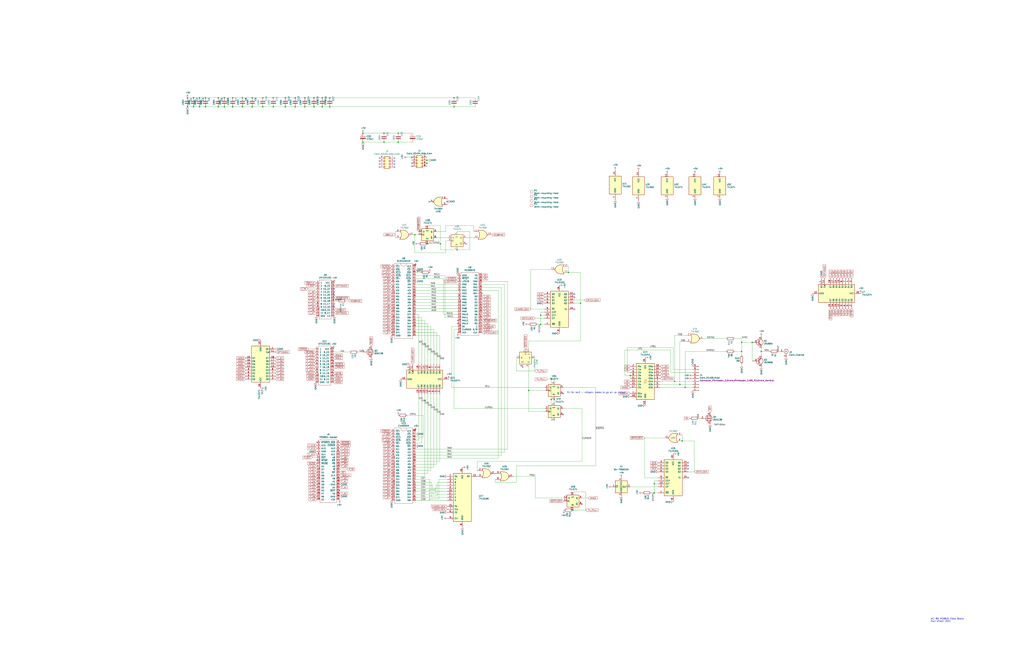
<source format=kicad_sch>
(kicad_sch (version 20211123) (generator eeschema)
  (paper "D")
  (lib_symbols
    (symbol "74xx:74LS02" (pin_names (offset 1.016))
      (property "Reference" "U" (at 0 1.27 0))
      (property "Value" "74LS02" (at 0 -1.27 0))
      (symbol "74LS02_1_1"
        (pin output inverted (at 7.62 0 180) (length 3.81) (name "~") (number "1"))
        (pin input line (at -7.62 2.54 0) (length 4.318) (name "~") (number "2"))
        (pin input line (at -7.62 -2.54 0) (length 4.318) (name "~") (number "3"))
      )
      (symbol "74LS02_1_2"
        (pin output line (at 7.62 0 180) (length 3.81) (name "~") (number "1"))
        (pin input inverted (at -7.62 2.54 0) (length 3.81) (name "~") (number "2"))
        (pin input inverted (at -7.62 -2.54 0) (length 3.81) (name "~") (number "3"))
      )
      (symbol "74LS02_2_1"
        (pin output inverted (at 7.62 0 180) (length 3.81) (name "~") (number "4"))
        (pin input line (at -7.62 2.54 0) (length 4.318) (name "~") (number "5"))
        (pin input line (at -7.62 -2.54 0) (length 4.318) (name "~") (number "6"))
      )
      (symbol "74LS02_2_2"
        (pin output line (at 7.62 0 180) (length 3.81) (name "~") (number "4"))
        (pin input inverted (at -7.62 2.54 0) (length 3.81) (name "~") (number "5"))
        (pin input inverted (at -7.62 -2.54 0) (length 3.81) (name "~") (number "6"))
      )
      (symbol "74LS02_3_1"
        (pin output inverted (at 7.62 0 180) (length 3.81) (name "~") (number "10"))
        (pin input line (at -7.62 2.54 0) (length 4.318) (name "~") (number "8"))
        (pin input line (at -7.62 -2.54 0) (length 4.318) (name "~") (number "9"))
      )
      (symbol "74LS02_3_2"
        (pin output line (at 7.62 0 180) (length 3.81) (name "~") (number "10"))
        (pin input inverted (at -7.62 2.54 0) (length 3.81) (name "~") (number "8"))
        (pin input inverted (at -7.62 -2.54 0) (length 3.81) (name "~") (number "9"))
      )
      (symbol "74LS02_4_1"
        (pin input line (at -7.62 2.54 0) (length 4.318) (name "~") (number "11"))
        (pin input line (at -7.62 -2.54 0) (length 4.318) (name "~") (number "12"))
        (pin output inverted (at 7.62 0 180) (length 3.81) (name "~") (number "13"))
      )
      (symbol "74LS02_4_2"
        (pin input inverted (at -7.62 2.54 0) (length 3.81) (name "~") (number "11"))
        (pin input inverted (at -7.62 -2.54 0) (length 3.81) (name "~") (number "12"))
        (pin output line (at 7.62 0 180) (length 3.81) (name "~") (number "13"))
      )
      (symbol "74LS02_5_0"
        (pin power_in line (at 0 12.7 270) (length 5.08) (name "VCC") (number "14"))
        (pin power_in line (at 0 -12.7 90) (length 5.08) (name "GND") (number "7"))
      )
    )
    (symbol "74xx:74LS163" (pin_names (offset 1.016))
      (property "Reference" "U" (at -7.62 16.51 0))
      (property "Value" "74LS163" (at -7.62 -16.51 0))
      (symbol "74LS163_1_0"
        (pin input line (at -12.7 -12.7 0) (length 5.08) (name "~{MR}") (number "1"))
        (pin input line (at -12.7 -5.08 0) (length 5.08) (name "CET") (number "10"))
        (pin output line (at 12.7 5.08 180) (length 5.08) (name "Q3") (number "11"))
        (pin output line (at 12.7 7.62 180) (length 5.08) (name "Q2") (number "12"))
        (pin output line (at 12.7 10.16 180) (length 5.08) (name "Q1") (number "13"))
        (pin output line (at 12.7 12.7 180) (length 5.08) (name "Q0") (number "14"))
        (pin output line (at 12.7 0 180) (length 5.08) (name "TC") (number "15"))
        (pin power_in line (at 0 20.32 270) (length 5.08) (name "VCC") (number "16"))
        (pin input line (at -12.7 -7.62 0) (length 5.08) (name "CP") (number "2"))
        (pin input line (at -12.7 12.7 0) (length 5.08) (name "D0") (number "3"))
        (pin input line (at -12.7 10.16 0) (length 5.08) (name "D1") (number "4"))
        (pin input line (at -12.7 7.62 0) (length 5.08) (name "D2") (number "5"))
        (pin input line (at -12.7 5.08 0) (length 5.08) (name "D3") (number "6"))
        (pin input line (at -12.7 -2.54 0) (length 5.08) (name "CEP") (number "7"))
        (pin power_in line (at 0 -20.32 90) (length 5.08) (name "GND") (number "8"))
        (pin input line (at -12.7 0 0) (length 5.08) (name "~{PE}") (number "9"))
      )
    )
    (symbol "74xx:74LS166" (pin_names (offset 1.016))
      (property "Reference" "U" (at -7.62 21.59 0))
      (property "Value" "74LS166" (at -7.62 -21.59 0))
      (symbol "74LS166_1_0"
        (pin input line (at -12.7 17.78 0) (length 5.08) (name "Ds") (number "1"))
        (pin input line (at -12.7 5.08 0) (length 5.08) (name "E") (number "10"))
        (pin input line (at -12.7 2.54 0) (length 5.08) (name "F") (number "11"))
        (pin input line (at -12.7 0 0) (length 5.08) (name "G") (number "12"))
        (pin output line (at 12.7 17.78 180) (length 5.08) (name "Qh") (number "13"))
        (pin input line (at -12.7 -2.54 0) (length 5.08) (name "H") (number "14"))
        (pin input inverted (at -12.7 -7.62 0) (length 5.08) (name "PE") (number "15"))
        (pin power_in line (at 0 25.4 270) (length 5.08) (name "VCC") (number "16"))
        (pin input line (at -12.7 15.24 0) (length 5.08) (name "A") (number "2"))
        (pin input line (at -12.7 12.7 0) (length 5.08) (name "B") (number "3"))
        (pin input line (at -12.7 10.16 0) (length 5.08) (name "C") (number "4"))
        (pin input line (at -12.7 7.62 0) (length 5.08) (name "D") (number "5"))
        (pin input inverted (at -12.7 -12.7 0) (length 5.08) (name "CE") (number "6"))
        (pin input line (at -12.7 -10.16 0) (length 5.08) (name "Clk") (number "7"))
        (pin power_in line (at 0 -25.4 90) (length 5.08) (name "GND") (number "8"))
        (pin input inverted (at -12.7 -17.78 0) (length 5.08) (name "Clr") (number "9"))
      )
    )
    (symbol "74xx:74LS244" (pin_names (offset 1.016))
      (property "Reference" "U" (at -7.62 16.51 0))
      (property "Value" "74LS244" (at -7.62 -16.51 0))
      (symbol "74LS244_1_0"
        (pin input inverted (at -12.7 -10.16 0) (length 5.08) (name "OEa") (number "1"))
        (pin power_in line (at 0 -20.32 90) (length 5.08) (name "GND") (number "10"))
        (pin input line (at -12.7 2.54 0) (length 5.08) (name "I0b") (number "11"))
        (pin tri_state line (at 12.7 5.08 180) (length 5.08) (name "O3a") (number "12"))
        (pin input line (at -12.7 0 0) (length 5.08) (name "I1b") (number "13"))
        (pin tri_state line (at 12.7 7.62 180) (length 5.08) (name "O2a") (number "14"))
        (pin input line (at -12.7 -2.54 0) (length 5.08) (name "I2b") (number "15"))
        (pin tri_state line (at 12.7 10.16 180) (length 5.08) (name "O1a") (number "16"))
        (pin input line (at -12.7 -5.08 0) (length 5.08) (name "I3b") (number "17"))
        (pin tri_state line (at 12.7 12.7 180) (length 5.08) (name "O0a") (number "18"))
        (pin input inverted (at -12.7 -12.7 0) (length 5.08) (name "OEb") (number "19"))
        (pin input line (at -12.7 12.7 0) (length 5.08) (name "I0a") (number "2"))
        (pin power_in line (at 0 20.32 270) (length 5.08) (name "VCC") (number "20"))
        (pin tri_state line (at 12.7 -5.08 180) (length 5.08) (name "O3b") (number "3"))
        (pin input line (at -12.7 10.16 0) (length 5.08) (name "I1a") (number "4"))
        (pin tri_state line (at 12.7 -2.54 180) (length 5.08) (name "O2b") (number "5"))
        (pin input line (at -12.7 7.62 0) (length 5.08) (name "I2a") (number "6"))
        (pin tri_state line (at 12.7 0 180) (length 5.08) (name "O1b") (number "7"))
        (pin input line (at -12.7 5.08 0) (length 5.08) (name "I3a") (number "8"))
        (pin tri_state line (at 12.7 2.54 180) (length 5.08) (name "O0b") (number "9"))
      )
    )
    (symbol "74xx:74LS374"
      (property "Reference" "U" (at -7.62 16.51 0))
      (property "Value" "74LS374" (at -7.62 -16.51 0))
      (symbol "74LS374_1_0"
        (pin input inverted (at -12.7 -12.7 0) (length 5.08) (name "OE") (number "1"))
        (pin power_in line (at 0 -20.32 90) (length 5.08) (name "GND") (number "10"))
        (pin input clock (at -12.7 -10.16 0) (length 5.08) (name "Cp") (number "11"))
        (pin tri_state line (at 12.7 2.54 180) (length 5.08) (name "O4") (number "12"))
        (pin input line (at -12.7 2.54 0) (length 5.08) (name "D4") (number "13"))
        (pin input line (at -12.7 0 0) (length 5.08) (name "D5") (number "14"))
        (pin tri_state line (at 12.7 0 180) (length 5.08) (name "O5") (number "15"))
        (pin tri_state line (at 12.7 -2.54 180) (length 5.08) (name "O6") (number "16"))
        (pin input line (at -12.7 -2.54 0) (length 5.08) (name "D6") (number "17"))
        (pin input line (at -12.7 -5.08 0) (length 5.08) (name "D7") (number "18"))
        (pin tri_state line (at 12.7 -5.08 180) (length 5.08) (name "O7") (number "19"))
        (pin tri_state line (at 12.7 12.7 180) (length 5.08) (name "O0") (number "2"))
        (pin power_in line (at 0 20.32 270) (length 5.08) (name "VCC") (number "20"))
        (pin input line (at -12.7 12.7 0) (length 5.08) (name "D0") (number "3"))
        (pin input line (at -12.7 10.16 0) (length 5.08) (name "D1") (number "4"))
        (pin tri_state line (at 12.7 10.16 180) (length 5.08) (name "O1") (number "5"))
        (pin tri_state line (at 12.7 7.62 180) (length 5.08) (name "O2") (number "6"))
        (pin input line (at -12.7 7.62 0) (length 5.08) (name "D2") (number "7"))
        (pin input line (at -12.7 5.08 0) (length 5.08) (name "D3") (number "8"))
        (pin tri_state line (at 12.7 5.08 180) (length 5.08) (name "O3") (number "9"))
      )
    )
    (symbol "74xx:74LS74" (pin_names (offset 1.016))
      (property "Reference" "U" (at -7.62 8.89 0))
      (property "Value" "74LS74" (at -7.62 -8.89 0))
      (symbol "74LS74_1_0"
        (pin input line (at 0 -7.62 90) (length 2.54) (name "~{R}") (number "1"))
        (pin input line (at -7.62 2.54 0) (length 2.54) (name "D") (number "2"))
        (pin input clock (at -7.62 0 0) (length 2.54) (name "C") (number "3"))
        (pin input line (at 0 7.62 270) (length 2.54) (name "~{S}") (number "4"))
        (pin output line (at 7.62 2.54 180) (length 2.54) (name "Q") (number "5"))
        (pin output line (at 7.62 -2.54 180) (length 2.54) (name "~{Q}") (number "6"))
      )
      (symbol "74LS74_2_0"
        (pin input line (at 0 7.62 270) (length 2.54) (name "~{S}") (number "10"))
        (pin input clock (at -7.62 0 0) (length 2.54) (name "C") (number "11"))
        (pin input line (at -7.62 2.54 0) (length 2.54) (name "D") (number "12"))
        (pin input line (at 0 -7.62 90) (length 2.54) (name "~{R}") (number "13"))
        (pin output line (at 7.62 -2.54 180) (length 2.54) (name "~{Q}") (number "8"))
        (pin output line (at 7.62 2.54 180) (length 2.54) (name "Q") (number "9"))
      )
      (symbol "74LS74_3_0"
        (pin power_in line (at 0 10.16 270) (length 2.54) (name "VCC") (number "14"))
        (pin power_in line (at 0 -10.16 90) (length 2.54) (name "GND") (number "7"))
      )
    )
    (symbol "Connector:Conn_01x09_Male" (pin_names (offset 1.016) hide)
      (property "Reference" "J" (at 0 12.7 0))
      (property "Value" "Conn_01x09_Male" (at 0 -12.7 0))
      (symbol "Conn_01x09_Male_1_1"
        (pin passive line (at 5.08 10.16 180) (length 3.81) (name "Pin_1") (number "1"))
        (pin passive line (at 5.08 7.62 180) (length 3.81) (name "Pin_2") (number "2"))
        (pin passive line (at 5.08 5.08 180) (length 3.81) (name "Pin_3") (number "3"))
        (pin passive line (at 5.08 2.54 180) (length 3.81) (name "Pin_4") (number "4"))
        (pin passive line (at 5.08 0 180) (length 3.81) (name "Pin_5") (number "5"))
        (pin passive line (at 5.08 -2.54 180) (length 3.81) (name "Pin_6") (number "6"))
        (pin passive line (at 5.08 -5.08 180) (length 3.81) (name "Pin_7") (number "7"))
        (pin passive line (at 5.08 -7.62 180) (length 3.81) (name "Pin_8") (number "8"))
        (pin passive line (at 5.08 -10.16 180) (length 3.81) (name "Pin_9") (number "9"))
      )
    )
    (symbol "Connector:Conn_Coaxial" (pin_names (offset 1.016) hide)
      (property "Reference" "J" (at 0.254 3.048 0))
      (property "Value" "Conn_Coaxial" (at 2.921 0 90))
      (symbol "Conn_Coaxial_1_1"
        (pin passive line (at -5.08 0 0) (length 2.54) (name "In") (number "1"))
        (pin passive line (at 0 -5.08 90) (length 2.54) (name "Ext") (number "2"))
      )
    )
    (symbol "Connector_Generic:Conn_02x04_Odd_Even" (pin_names (offset 1.016) hide)
      (property "Reference" "J" (at 1.27 5.08 0))
      (property "Value" "Conn_02x04_Odd_Even" (at 1.27 -7.62 0))
      (symbol "Conn_02x04_Odd_Even_1_1"
        (pin passive line (at -5.08 2.54 0) (length 3.81) (name "Pin_1") (number "1"))
        (pin passive line (at 7.62 2.54 180) (length 3.81) (name "Pin_2") (number "2"))
        (pin passive line (at -5.08 0 0) (length 3.81) (name "Pin_3") (number "3"))
        (pin passive line (at 7.62 0 180) (length 3.81) (name "Pin_4") (number "4"))
        (pin passive line (at -5.08 -2.54 0) (length 3.81) (name "Pin_5") (number "5"))
        (pin passive line (at 7.62 -2.54 180) (length 3.81) (name "Pin_6") (number "6"))
        (pin passive line (at -5.08 -5.08 0) (length 3.81) (name "Pin_7") (number "7"))
        (pin passive line (at 7.62 -5.08 180) (length 3.81) (name "Pin_8") (number "8"))
      )
    )
    (symbol "Device:C" (pin_numbers hide) (pin_names (offset 0.254))
      (property "Reference" "C" (at 0.635 2.54 0))
      (property "Value" "C" (at 0.635 -2.54 0))
      (symbol "C_1_1"
        (pin passive line (at 0 3.81 270) (length 2.794) (name "~") (number "1"))
        (pin passive line (at 0 -3.81 90) (length 2.794) (name "~") (number "2"))
      )
    )
    (symbol "Device:R" (pin_numbers hide) (pin_names (offset 0))
      (property "Reference" "R" (at 2.032 0 90))
      (property "Value" "R" (at 0 0 90))
      (symbol "R_1_1"
        (pin passive line (at 0 3.81 270) (length 1.27) (name "~") (number "1"))
        (pin passive line (at 0 -3.81 90) (length 1.27) (name "~") (number "2"))
      )
    )
    (symbol "Oscillator:SG-7050CAN" (pin_names (offset 0.254))
      (property "Reference" "X" (at -5.08 6.35 0))
      (property "Value" "SG-7050CAN" (at 1.27 -6.35 0))
      (symbol "SG-7050CAN_1_1"
        (pin input line (at -7.62 0 0) (length 2.54) (name "~{ST}") (number "1"))
        (pin power_in line (at 0 -7.62 90) (length 2.54) (name "GND") (number "2"))
        (pin output line (at 7.62 0 180) (length 2.54) (name "OUT") (number "3"))
        (pin power_in line (at 0 7.62 270) (length 2.54) (name "VCC") (number "4"))
      )
    )
    (symbol "Transistor_BJT:2N3904" (pin_names (offset 0) hide)
      (property "Reference" "Q" (at 5.08 1.905 0))
      (property "Value" "2N3904" (at 5.08 0 0))
      (symbol "2N3904_1_1"
        (pin passive line (at 2.54 -5.08 90) (length 2.54) (name "E") (number "1"))
        (pin passive line (at -5.08 0 0) (length 5.715) (name "B") (number "2"))
        (pin passive line (at 2.54 5.08 270) (length 2.54) (name "C") (number "3"))
      )
    )
    (symbol "Transistor_BJT:2N3906" (pin_names (offset 0) hide)
      (property "Reference" "Q" (at 5.08 1.905 0))
      (property "Value" "2N3906" (at 5.08 0 0))
      (symbol "2N3906_1_1"
        (pin passive line (at 2.54 -5.08 90) (length 2.54) (name "E") (number "1"))
        (pin input line (at -5.08 0 0) (length 5.715) (name "B") (number "2"))
        (pin passive line (at 2.54 5.08 270) (length 2.54) (name "C") (number "3"))
      )
    )
    (symbol "Transistor_FET:BSS138" (pin_names hide)
      (property "Reference" "Q" (at 5.08 1.905 0))
      (property "Value" "BSS138" (at 5.08 0 0))
      (symbol "BSS138_1_1"
        (pin input line (at -5.08 0 0) (length 2.54) (name "G") (number "1"))
        (pin passive line (at 2.54 -5.08 90) (length 2.54) (name "S") (number "2"))
        (pin passive line (at 2.54 5.08 270) (length 2.54) (name "D") (number "3"))
      )
    )
    (symbol "main-rescue:CP-Device" (pin_numbers hide) (pin_names (offset 0.254))
      (property "Reference" "C" (at 0.635 2.54 0))
      (property "Value" "CP-Device" (at 0.635 -2.54 0))
      (symbol "CP-Device_1_1"
        (pin passive line (at 0 3.81 270) (length 2.794) (name "~") (number "1"))
        (pin passive line (at 0 -3.81 90) (length 2.794) (name "~") (number "2"))
      )
    )
    (symbol "power:+5V" (power) (pin_names (offset 0))
      (property "Value" "+5V" (at 0 3.556 0))
      (symbol "+5V_1_1"
        (pin power_in line (at 0 0 90) (length 0) hide (name "+5V") (number "1"))
      )
    )
    (symbol "power:GND" (power) (pin_names (offset 0))
      (property "Value" "GND" (at 0 -3.81 0))
      (symbol "GND_1_1"
        (pin power_in line (at 0 0 270) (length 0) hide (name "GND") (number "1"))
      )
    )
    (symbol "wilson-z80:3mm-mounting-hole" (pin_names (offset 1.016))
      (property "Reference" "M" (at 0 2.54 0))
      (property "Value" "3mm-mounting-hole" (at 0 -2.54 0))
    )
    (symbol "wilson-z80:ATF22V10C" (pin_names (offset 1.016))
      (property "Reference" "U" (at -1.27 7.62 90))
      (property "Value" "ATF22V10C" (at 0 11.43 0))
      (symbol "ATF22V10C_1_1"
        (pin input line (at -7.62 7.62 0) (length 2.54) (name "1") (number "1"))
        (pin input line (at -7.62 -15.24 0) (length 2.54) (name "10") (number "10"))
        (pin input line (at -7.62 -17.78 0) (length 2.54) (name "11") (number "11"))
        (pin power_in line (at -7.62 -20.32 0) (length 2.54) (name "GND") (number "12"))
        (pin input line (at 7.62 -20.32 180) (length 2.54) (name "13") (number "13"))
        (pin bidirectional line (at 7.62 -17.78 180) (length 2.54) (name "8_14") (number "14"))
        (pin bidirectional line (at 7.62 -15.24 180) (length 2.54) (name "10_15") (number "15"))
        (pin bidirectional line (at 7.62 -12.7 180) (length 2.54) (name "12_16") (number "16"))
        (pin bidirectional line (at 7.62 -10.16 180) (length 2.54) (name "14_17") (number "17"))
        (pin bidirectional line (at 7.62 -7.62 180) (length 2.54) (name "16_18") (number "18"))
        (pin bidirectional line (at 7.62 -5.08 180) (length 2.54) (name "16_19") (number "19"))
        (pin input line (at -7.62 5.08 0) (length 2.54) (name "2") (number "2"))
        (pin bidirectional line (at 7.62 -2.54 180) (length 2.54) (name "14_20") (number "20"))
        (pin bidirectional line (at 7.62 0 180) (length 2.54) (name "12_21") (number "21"))
        (pin bidirectional line (at 7.62 2.54 180) (length 2.54) (name "10_22") (number "22"))
        (pin bidirectional line (at 7.62 5.08 180) (length 2.54) (name "8_23") (number "23"))
        (pin power_in line (at 7.62 7.62 180) (length 2.54) (name "VCC") (number "24"))
        (pin input line (at -7.62 2.54 0) (length 2.54) (name "3") (number "3"))
        (pin input line (at -7.62 0 0) (length 2.54) (name "4") (number "4"))
        (pin input line (at -7.62 -2.54 0) (length 2.54) (name "5") (number "5"))
        (pin input line (at -7.62 -5.08 0) (length 2.54) (name "6") (number "6"))
        (pin input line (at -7.62 -7.62 0) (length 2.54) (name "7") (number "7"))
        (pin input line (at -7.62 -10.16 0) (length 2.54) (name "8") (number "8"))
        (pin input line (at -7.62 -12.7 0) (length 2.54) (name "9") (number "9"))
      )
    )
    (symbol "wilson-z80:IDT7134" (pin_names (offset 1.016))
      (property "Reference" "U" (at 0 2.54 0))
      (property "Value" "IDT7134" (at 0 -7.62 90))
      (symbol "IDT7134_1_1"
        (pin input line (at -10.16 27.94 0) (length 2.54) (name "~{CE}l") (number "1"))
        (pin input line (at -10.16 5.08 0) (length 2.54) (name "A4r") (number "10"))
        (pin input line (at -10.16 2.54 0) (length 2.54) (name "A5l") (number "11"))
        (pin input line (at -10.16 0 0) (length 2.54) (name "A6l") (number "12"))
        (pin input line (at -10.16 -2.54 0) (length 2.54) (name "A7l") (number "13"))
        (pin input line (at -10.16 -5.08 0) (length 2.54) (name "A8l") (number "14"))
        (pin input line (at -10.16 -7.62 0) (length 2.54) (name "A9l") (number "15"))
        (pin bidirectional line (at -10.16 -10.16 0) (length 2.54) (name "D0l") (number "16"))
        (pin bidirectional line (at -10.16 -12.7 0) (length 2.54) (name "D1l") (number "17"))
        (pin bidirectional line (at -10.16 -15.24 0) (length 2.54) (name "D2l") (number "18"))
        (pin bidirectional line (at -10.16 -17.78 0) (length 2.54) (name "D3l") (number "19"))
        (pin input line (at -10.16 25.4 0) (length 2.54) (name "R~{W}l") (number "2"))
        (pin bidirectional line (at -10.16 -20.32 0) (length 2.54) (name "D4l") (number "20"))
        (pin bidirectional line (at -10.16 -22.86 0) (length 2.54) (name "D5l") (number "21"))
        (pin bidirectional line (at -10.16 -25.4 0) (length 2.54) (name "D6l") (number "22"))
        (pin bidirectional line (at -10.16 -27.94 0) (length 2.54) (name "D7l") (number "23"))
        (pin power_in line (at -10.16 -30.48 0) (length 2.54) (name "GND") (number "24"))
        (pin bidirectional line (at 10.16 -30.48 180) (length 2.54) (name "D0r") (number "25"))
        (pin bidirectional line (at 10.16 -27.94 180) (length 2.54) (name "D1r") (number "26"))
        (pin bidirectional line (at 10.16 -25.4 180) (length 2.54) (name "D2r") (number "27"))
        (pin bidirectional line (at 10.16 -22.86 180) (length 2.54) (name "D3r") (number "28"))
        (pin bidirectional line (at 10.16 -20.32 180) (length 2.54) (name "D4r") (number "29"))
        (pin input line (at -10.16 22.86 0) (length 2.54) (name "~{A11}l") (number "3"))
        (pin bidirectional line (at 10.16 -17.78 180) (length 2.54) (name "D5r") (number "30"))
        (pin bidirectional line (at 10.16 -15.24 180) (length 2.54) (name "D6r") (number "31"))
        (pin bidirectional line (at 10.16 -12.7 180) (length 2.54) (name "D7r") (number "32"))
        (pin input line (at 10.16 -10.16 180) (length 2.54) (name "A9r") (number "33"))
        (pin input line (at 10.16 -7.62 180) (length 2.54) (name "A8r") (number "34"))
        (pin input line (at 10.16 -5.08 180) (length 2.54) (name "A7r") (number "35"))
        (pin input line (at 10.16 -2.54 180) (length 2.54) (name "A6r") (number "36"))
        (pin input line (at 10.16 0 180) (length 2.54) (name "A5r") (number "37"))
        (pin input line (at 10.16 2.54 180) (length 2.54) (name "A4r") (number "38"))
        (pin input line (at 10.16 5.08 180) (length 2.54) (name "A3r") (number "39"))
        (pin input line (at -10.16 20.32 0) (length 2.54) (name "~{A10}l") (number "4"))
        (pin input line (at 10.16 7.62 180) (length 2.54) (name "A2r") (number "40"))
        (pin input line (at 10.16 10.16 180) (length 2.54) (name "A1r") (number "41"))
        (pin input line (at 10.16 12.7 180) (length 2.54) (name "A0r") (number "42"))
        (pin input line (at 10.16 15.24 180) (length 2.54) (name "~{OE}r") (number "43"))
        (pin input line (at 10.16 17.78 180) (length 2.54) (name "~{A10}r") (number "44"))
        (pin input line (at 10.16 20.32 180) (length 2.54) (name "~{A11}r") (number "45"))
        (pin input line (at 10.16 22.86 180) (length 2.54) (name "R~{W}r") (number "46"))
        (pin input line (at 10.16 25.4 180) (length 2.54) (name "~{CE}r") (number "47"))
        (pin power_in line (at 10.16 27.94 180) (length 2.54) (name "VCC") (number "48"))
        (pin input line (at -10.16 17.78 0) (length 2.54) (name "~{OE}l") (number "5"))
        (pin input line (at -10.16 15.24 0) (length 2.54) (name "A0l") (number "6"))
        (pin input line (at -10.16 12.7 0) (length 2.54) (name "A1l") (number "7"))
        (pin input line (at -10.16 10.16 0) (length 2.54) (name "A2l") (number "8"))
        (pin input line (at -10.16 7.62 0) (length 2.54) (name "A3l") (number "9"))
      )
    )
    (symbol "wilson-z80:MC68B45" (pin_names (offset 1.016))
      (property "Reference" "U" (at 0 0 0))
      (property "Value" "MC68B45" (at 0 10.16 90))
      (symbol "MC68B45_1_1"
        (pin power_in line (at -10.16 25.4 0) (length 2.54) (name "GND") (number "1"))
        (pin output line (at -10.16 2.54 0) (length 2.54) (name "MA6") (number "10"))
        (pin output line (at -10.16 0 0) (length 2.54) (name "MA7") (number "11"))
        (pin output line (at -10.16 -2.54 0) (length 2.54) (name "MA8") (number "12"))
        (pin output line (at -10.16 -5.08 0) (length 2.54) (name "MA9") (number "13"))
        (pin output line (at -10.16 -7.62 0) (length 2.54) (name "MA10") (number "14"))
        (pin output line (at -10.16 -10.16 0) (length 2.54) (name "MA11") (number "15"))
        (pin output line (at -10.16 -12.7 0) (length 2.54) (name "MA12") (number "16"))
        (pin output line (at -10.16 -15.24 0) (length 2.54) (name "MA13") (number "17"))
        (pin output line (at -10.16 -17.78 0) (length 2.54) (name "DE") (number "18"))
        (pin output line (at -10.16 -20.32 0) (length 2.54) (name "CURSOR") (number "19"))
        (pin input line (at -10.16 22.86 0) (length 2.54) (name "~{RESET}") (number "2"))
        (pin power_in line (at -10.16 -22.86 0) (length 2.54) (name "VCC") (number "20"))
        (pin input line (at 10.16 -22.86 180) (length 2.54) (name "CLK") (number "21"))
        (pin input line (at 10.16 -20.32 180) (length 2.54) (name "R/~{W}") (number "22"))
        (pin input line (at 10.16 -17.78 180) (length 2.54) (name "E") (number "23"))
        (pin input line (at 10.16 -15.24 180) (length 2.54) (name "RS") (number "24"))
        (pin input line (at 10.16 -12.7 180) (length 2.54) (name "~{CS}") (number "25"))
        (pin bidirectional line (at 10.16 -10.16 180) (length 2.54) (name "D7") (number "26"))
        (pin bidirectional line (at 10.16 -7.62 180) (length 2.54) (name "D6") (number "27"))
        (pin bidirectional line (at 10.16 -5.08 180) (length 2.54) (name "D5") (number "28"))
        (pin bidirectional line (at 10.16 -2.54 180) (length 2.54) (name "D4") (number "29"))
        (pin input line (at -10.16 20.32 0) (length 2.54) (name "LPSTB") (number "3"))
        (pin bidirectional line (at 10.16 0 180) (length 2.54) (name "D3") (number "30"))
        (pin bidirectional line (at 10.16 2.54 180) (length 2.54) (name "D2") (number "31"))
        (pin bidirectional line (at 10.16 5.08 180) (length 2.54) (name "D1") (number "32"))
        (pin bidirectional line (at 10.16 7.62 180) (length 2.54) (name "D0") (number "33"))
        (pin output line (at 10.16 10.16 180) (length 2.54) (name "RA4") (number "34"))
        (pin output line (at 10.16 12.7 180) (length 2.54) (name "RA3") (number "35"))
        (pin output line (at 10.16 15.24 180) (length 2.54) (name "RA2") (number "36"))
        (pin output line (at 10.16 17.78 180) (length 2.54) (name "RA1") (number "37"))
        (pin output line (at 10.16 20.32 180) (length 2.54) (name "RA0") (number "38"))
        (pin output line (at 10.16 22.86 180) (length 2.54) (name "HS") (number "39"))
        (pin output line (at -10.16 17.78 0) (length 2.54) (name "MA0") (number "4"))
        (pin output line (at 10.16 25.4 180) (length 2.54) (name "VS") (number "40"))
        (pin output line (at -10.16 15.24 0) (length 2.54) (name "MA1") (number "5"))
        (pin output line (at -10.16 12.7 0) (length 2.54) (name "MA2") (number "6"))
        (pin output line (at -10.16 10.16 0) (length 2.54) (name "MA3") (number "7"))
        (pin output line (at -10.16 7.62 0) (length 2.54) (name "MA4") (number "8"))
        (pin output line (at -10.16 5.08 0) (length 2.54) (name "MA5") (number "9"))
      )
    )
    (symbol "wilson-z80:TRS80W-header" (pin_names (offset 1.016))
      (property "Reference" "J" (at 0 -22.86 90))
      (property "Value" "TRS80W-header" (at 0 -6.35 90))
      (symbol "TRS80W-header_1_1"
        (pin passive line (at -8.89 22.86 0) (length 2.54) (name "~{SYSRES}") (number "1"))
        (pin passive line (at 10.16 12.7 180) (length 2.54) (name "A11") (number "10"))
        (pin passive line (at -8.89 10.16 0) (length 2.54) (name "~{OUT}") (number "11"))
        (pin passive line (at 10.16 10.16 180) (length 2.54) (name "A8") (number "12"))
        (pin passive line (at -8.89 7.62 0) (length 2.54) (name "~{INTAK}") (number "13"))
        (pin passive line (at 10.16 7.62 180) (length 2.54) (name "~{WR}") (number "14"))
        (pin passive line (at -8.89 5.08 0) (length 2.54) (name "~{INUSE}") (number "15"))
        (pin passive line (at 10.16 5.08 180) (length 2.54) (name "~{RD}") (number "16"))
        (pin passive line (at -8.89 2.54 0) (length 2.54) (name "D4") (number "17"))
        (pin passive line (at 10.16 2.54 180) (length 2.54) (name "A9") (number "18"))
        (pin passive line (at -8.89 0 0) (length 2.54) (name "D7") (number "19"))
        (pin passive line (at 10.16 22.86 180) (length 2.54) (name "~{RAS}") (number "2"))
        (pin passive line (at 10.16 0 180) (length 2.54) (name "~{IN}") (number "20"))
        (pin passive line (at -8.89 -2.54 0) (length 2.54) (name "D1") (number "21"))
        (pin passive line (at 10.16 -2.54 180) (length 2.54) (name "~{INT}") (number "22"))
        (pin passive line (at -8.89 -5.08 0) (length 2.54) (name "D6") (number "23"))
        (pin passive line (at 10.16 -5.08 180) (length 2.54) (name "CLK") (number "24"))
        (pin passive line (at -8.89 -7.62 0) (length 2.54) (name "D3") (number "25"))
        (pin passive line (at 10.16 -7.62 180) (length 2.54) (name "A0") (number "26"))
        (pin passive line (at -8.89 -10.16 0) (length 2.54) (name "D5") (number "27"))
        (pin passive line (at 10.16 -10.16 180) (length 2.54) (name "A1") (number "28"))
        (pin passive line (at -8.89 -12.7 0) (length 2.54) (name "D0") (number "29"))
        (pin passive line (at -8.89 20.32 0) (length 2.54) (name "A10") (number "3"))
        (pin passive line (at 10.16 -12.7 180) (length 2.54) (name "GND") (number "30"))
        (pin passive line (at -8.89 -15.24 0) (length 2.54) (name "D2") (number "31"))
        (pin passive line (at 10.16 -15.24 180) (length 2.54) (name "A4") (number "32"))
        (pin passive line (at -8.89 -17.78 0) (length 2.54) (name "A3") (number "33"))
        (pin passive line (at 10.16 -17.78 180) (length 2.54) (name "~{WAIT}") (number "34"))
        (pin passive line (at -8.89 -20.32 0) (length 2.54) (name "A7") (number "35"))
        (pin passive line (at 10.16 -20.32 180) (length 2.54) (name "A5") (number "36"))
        (pin passive line (at -8.89 -22.86 0) (length 2.54) (name "A6") (number "37"))
        (pin passive line (at 10.16 -22.86 180) (length 2.54) (name "GND") (number "38"))
        (pin passive line (at -8.89 -25.4 0) (length 2.54) (name "A2") (number "39"))
        (pin passive line (at 10.16 20.32 180) (length 2.54) (name "~{EXMEM}") (number "4"))
        (pin passive line (at 10.16 -25.4 180) (length 2.54) (name "+5V") (number "40"))
        (pin passive line (at -8.89 17.78 0) (length 2.54) (name "A13") (number "5"))
        (pin passive line (at 10.16 17.78 180) (length 2.54) (name "A12") (number "6"))
        (pin passive line (at -8.89 15.24 0) (length 2.54) (name "GND") (number "7"))
        (pin passive line (at 10.16 15.24 180) (length 2.54) (name "A15") (number "8"))
        (pin passive line (at -8.89 12.7 0) (length 2.54) (name "A14") (number "9"))
      )
    )
  )
  (junction (at 257.175 82.55))
  (junction (at 467.36 337.185))
  (junction (at 158.115 90.17))
  (junction (at 625.475 288.925))
  (junction (at 196.215 82.55))
  (junction (at 360.045 135.255))
  (junction (at 196.215 90.17))
  (junction (at 257.175 90.17))
  (junction (at 625.475 296.545))
  (junction (at 189.23 90.17))
  (junction (at 551.815 415.925))
  (junction (at 240.665 82.55))
  (junction (at 483.235 430.53))
  (junction (at 184.15 90.17))
  (junction (at 445.77 329.565))
  (junction (at 455.93 273.685))
  (junction (at 575.31 372.11))
  (junction (at 479.425 229.87))
  (junction (at 489.585 255.905))
  (junction (at 173.355 82.55))
  (junction (at 464.82 337.185))
  (junction (at 264.795 82.55))
  (junction (at 360.68 205.74))
  (junction (at 221.615 82.55))
  (junction (at 385.445 210.82))
  (junction (at 230.505 82.55))
  (junction (at 323.85 120.015))
  (junction (at 306.07 120.015))
  (junction (at 306.07 112.395))
  (junction (at 464.82 320.04))
  (junction (at 377.19 170.18))
  (junction (at 158.115 82.55))
  (junction (at 531.495 316.865))
  (junction (at 573.405 324.485))
  (junction (at 173.355 90.17))
  (junction (at 360.045 137.795))
  (junction (at 382.905 82.55))
  (junction (at 248.92 90.17))
  (junction (at 184.15 82.55))
  (junction (at 264.795 90.17))
  (junction (at 271.78 82.55))
  (junction (at 568.96 321.945))
  (junction (at 335.915 120.015))
  (junction (at 641.985 296.545))
  (junction (at 163.195 90.17))
  (junction (at 335.915 112.395))
  (junction (at 204.47 90.17))
  (junction (at 271.78 90.17))
  (junction (at 168.275 82.55))
  (junction (at 221.615 90.17))
  (junction (at 212.725 82.55))
  (junction (at 349.885 198.12))
  (junction (at 230.505 90.17))
  (junction (at 551.815 408.305))
  (junction (at 163.195 82.55))
  (junction (at 382.905 90.17))
  (junction (at 278.13 90.17))
  (junction (at 248.92 82.55))
  (junction (at 204.47 82.55))
  (junction (at 168.275 90.17))
  (junction (at 634.365 288.925))
  (junction (at 240.665 90.17))
  (junction (at 347.345 132.715))
  (junction (at 278.13 82.55))
  (junction (at 212.725 90.17))
  (junction (at 323.85 112.395))
  (junction (at 371.475 205.74))
  (junction (at 189.23 82.55))
  (junction (at 455.93 266.065))
  (junction (at 577.85 327.025))
  (no_connect (at 320.04 140.97))
  (no_connect (at 474.98 332.105))
  (no_connect (at 580.39 393.065))
  (no_connect (at 332.74 138.43))
  (no_connect (at 286.385 414.02))
  (no_connect (at 406.4 247.65))
  (no_connect (at 347.345 140.335))
  (no_connect (at 386.08 273.05))
  (no_connect (at 281.94 259.08))
  (no_connect (at 332.74 135.89))
  (no_connect (at 281.305 304.8))
  (no_connect (at 281.305 312.42))
  (no_connect (at 484.505 260.985))
  (no_connect (at 490.855 425.45))
  (no_connect (at 474.98 349.885))
  (no_connect (at 281.94 256.54))
  (no_connect (at 484.505 250.825))
  (no_connect (at 386.08 270.51))
  (no_connect (at 267.335 373.38))
  (no_connect (at 484.505 248.285))
  (no_connect (at 320.04 138.43))
  (no_connect (at 320.04 135.89))
  (no_connect (at 580.39 390.525))
  (no_connect (at 332.74 140.97))
  (no_connect (at 361.95 170.18))
  (no_connect (at 580.39 403.225))
  (no_connect (at 580.39 395.605))
  (no_connect (at 320.04 133.35))
  (no_connect (at 281.94 246.38))
  (no_connect (at 267.335 388.62))
  (no_connect (at 281.94 243.84))
  (no_connect (at 281.94 248.92))
  (no_connect (at 347.345 137.795))
  (no_connect (at 332.74 133.35))
  (no_connect (at 440.69 309.88))
  (no_connect (at 393.065 205.74))
  (wire (pts (xy 451.485 268.605) (xy 459.105 268.605)))
  (wire (pts (xy 634.365 288.925) (xy 625.475 288.925)))
  (wire (pts (xy 377.825 203.2) (xy 375.92 203.2)))
  (wire (pts (xy 365.76 278.13) (xy 350.52 278.13)))
  (wire (pts (xy 173.355 90.17) (xy 168.275 90.17)))
  (wire (pts (xy 361.95 415.925) (xy 367.665 415.925)))
  (wire (pts (xy 335.915 120.015) (xy 347.98 120.015)))
  (wire (pts (xy 362.585 422.275) (xy 362.585 404.495)))
  (wire (pts (xy 386.08 275.59) (xy 381 275.59)))
  (wire (pts (xy 568.96 321.945) (xy 568.96 283.21)))
  (wire (pts (xy 368.3 307.34) (xy 368.3 280.67)))
  (wire (pts (xy 575.31 367.03) (xy 575.31 372.11)))
  (wire (pts (xy 356.87 350.52) (xy 343.535 350.52)))
  (wire (pts (xy 354.965 229.87) (xy 350.52 229.87)))
  (wire (pts (xy 355.6 307.34) (xy 355.6 267.97)))
  (wire (pts (xy 361.95 421.005) (xy 370.205 421.005)))
  (wire (pts (xy 370.84 283.21) (xy 350.52 283.21)))
  (wire (pts (xy 377.19 412.115) (xy 367.03 412.115)))
  (wire (pts (xy 284.48 254) (xy 281.94 254)))
  (wire (pts (xy 306.07 112.395) (xy 323.85 112.395)))
  (wire (pts (xy 353.06 307.34) (xy 353.06 265.43)))
  (wire (pts (xy 350.52 247.65) (xy 386.08 247.65)))
  (wire (pts (xy 367.665 415.925) (xy 367.665 409.575)))
  (wire (pts (xy 333.375 200.66) (xy 333.375 195.58)))
  (wire (pts (xy 353.06 198.12) (xy 349.885 198.12)))
  (wire (pts (xy 196.215 90.17) (xy 204.47 90.17)))
  (wire (pts (xy 323.85 120.015) (xy 335.915 120.015)))
  (wire (pts (xy 350.52 242.57) (xy 386.08 242.57)))
  (wire (pts (xy 163.195 82.55) (xy 168.275 82.55)))
  (wire (pts (xy 382.905 90.17) (xy 400.685 90.17)))
  (wire (pts (xy 445.77 329.565) (xy 445.77 347.345)))
  (wire (pts (xy 479.425 224.79) (xy 479.425 229.87)))
  (wire (pts (xy 565.785 314.325) (xy 565.785 295.275)))
  (wire (pts (xy 240.665 90.17) (xy 248.92 90.17)))
  (wire (pts (xy 584.2 321.945) (xy 568.96 321.945)))
  (wire (pts (xy 221.615 82.55) (xy 230.505 82.55)))
  (wire (pts (xy 399.415 190.5) (xy 399.415 195.58)))
  (wire (pts (xy 350.52 252.73) (xy 386.08 252.73)))
  (wire (pts (xy 385.445 210.82) (xy 371.475 210.82)))
  (wire (pts (xy 158.115 82.55) (xy 163.195 82.55)))
  (wire (pts (xy 360.68 399.415) (xy 350.52 399.415)))
  (wire (pts (xy 365.125 417.195) (xy 365.125 409.575)))
  (wire (pts (xy 375.92 203.2) (xy 375.92 213.36)))
  (wire (pts (xy 641.985 296.545) (xy 641.985 299.72)))
  (wire (pts (xy 358.14 270.51) (xy 350.52 270.51)))
  (wire (pts (xy 368.3 280.67) (xy 350.52 280.67)))
  (wire (pts (xy 551.815 405.765) (xy 551.815 408.305)))
  (wire (pts (xy 641.985 294.005) (xy 641.985 296.545)))
  (wire (pts (xy 450.85 302.26) (xy 450.85 313.055)))
  (wire (pts (xy 554.99 403.225) (xy 543.56 403.225)))
  (wire (pts (xy 350.52 386.715) (xy 420.37 386.715)))
  (wire (pts (xy 358.14 332.74) (xy 358.14 401.955)))
  (wire (pts (xy 260.35 294.64) (xy 266.065 294.64)))
  (wire (pts (xy 502.285 327.025) (xy 502.285 393.065)))
  (wire (pts (xy 278.13 82.55) (xy 382.905 82.55)))
  (wire (pts (xy 455.93 273.685) (xy 453.39 273.685)))
  (wire (pts (xy 350.52 412.115) (xy 366.395 412.115)))
  (wire (pts (xy 459.105 263.525) (xy 455.93 263.525)))
  (wire (pts (xy 355.6 374.015) (xy 350.52 374.015)))
  (wire (pts (xy 212.725 90.17) (xy 221.615 90.17)))
  (wire (pts (xy 474.98 344.805) (xy 490.855 344.805)))
  (wire (pts (xy 420.37 245.11) (xy 406.4 245.11)))
  (wire (pts (xy 445.77 309.88) (xy 445.77 329.565)))
  (wire (pts (xy 577.85 296.545) (xy 577.85 327.025)))
  (wire (pts (xy 363.855 407.035) (xy 363.855 419.735)))
  (wire (pts (xy 402.59 389.255) (xy 490.855 389.255)))
  (wire (pts (xy 365.125 409.575) (xy 350.52 409.575)))
  (wire (pts (xy 584.2 327.025) (xy 577.85 327.025)))
  (wire (pts (xy 382.905 82.55) (xy 400.685 82.55)))
  (wire (pts (xy 386.08 260.35) (xy 350.52 260.35)))
  (wire (pts (xy 450.85 313.055) (xy 435.61 313.055)))
  (wire (pts (xy 363.855 419.735) (xy 377.19 419.735)))
  (wire (pts (xy 422.91 242.57) (xy 422.91 384.175)))
  (wire (pts (xy 173.355 90.17) (xy 184.15 90.17)))
  (wire (pts (xy 362.585 404.495) (xy 350.52 404.495)))
  (wire (pts (xy 350.52 257.81) (xy 386.08 257.81)))
  (wire (pts (xy 554.99 408.305) (xy 551.815 408.305)))
  (wire (pts (xy 370.84 307.34) (xy 370.84 283.21)))
  (wire (pts (xy 492.76 253.365) (xy 484.505 253.365)))
  (wire (pts (xy 371.475 190.5) (xy 360.68 190.5)))
  (wire (pts (xy 271.78 82.55) (xy 278.13 82.55)))
  (wire (pts (xy 343.535 132.715) (xy 347.345 132.715)))
  (wire (pts (xy 568.96 321.945) (xy 556.895 321.945)))
  (wire (pts (xy 578.485 288.29) (xy 573.405 288.29)))
  (wire (pts (xy 554.99 415.925) (xy 551.815 415.925)))
  (wire (pts (xy 459.105 266.065) (xy 455.93 266.065)))
  (wire (pts (xy 363.22 332.74) (xy 363.22 396.875)))
  (wire (pts (xy 365.76 307.34) (xy 365.76 278.13)))
  (wire (pts (xy 475.615 420.37) (xy 451.485 420.37)))
  (wire (pts (xy 459.74 329.565) (xy 445.77 329.565)))
  (wire (pts (xy 355.6 332.74) (xy 355.6 374.015)))
  (wire (pts (xy 554.99 405.765) (xy 551.815 405.765)))
  (wire (pts (xy 445.77 287.655) (xy 489.585 287.655)))
  (wire (pts (xy 455.93 266.065) (xy 455.93 273.685)))
  (wire (pts (xy 353.06 265.43) (xy 350.52 265.43)))
  (wire (pts (xy 367.03 412.115) (xy 367.03 413.385)))
  (wire (pts (xy 393.065 200.66) (xy 399.415 200.66)))
  (wire (pts (xy 375.92 213.36) (xy 349.885 213.36)))
  (wire (pts (xy 565.785 295.275) (xy 527.05 295.275)))
  (wire (pts (xy 386.08 240.03) (xy 350.52 240.03)))
  (wire (pts (xy 370.84 332.74) (xy 370.84 389.255)))
  (wire (pts (xy 360.045 132.715) (xy 360.045 135.255)))
  (wire (pts (xy 360.045 135.255) (xy 360.045 137.795)))
  (wire (pts (xy 484.505 255.905) (xy 489.585 255.905)))
  (wire (pts (xy 543.56 403.225) (xy 543.56 369.57)))
  (wire (pts (xy 567.69 293.37) (xy 567.69 311.785)))
  (wire (pts (xy 531.495 314.325) (xy 528.955 314.325)))
  (wire (pts (xy 464.82 354.965) (xy 464.82 337.185)))
  (wire (pts (xy 386.08 267.97) (xy 375.285 267.97)))
  (wire (pts (xy 467.36 320.04) (xy 467.36 321.945)))
  (wire (pts (xy 435.61 313.055) (xy 435.61 302.26)))
  (wire (pts (xy 263.525 386.08) (xy 267.335 386.08)))
  (wire (pts (xy 221.615 90.17) (xy 230.505 90.17)))
  (wire (pts (xy 445.77 347.345) (xy 459.74 347.345)))
  (wire (pts (xy 271.78 90.17) (xy 278.13 90.17)))
  (wire (pts (xy 248.92 82.55) (xy 257.175 82.55)))
  (wire (pts (xy 577.85 296.545) (xy 612.14 296.545)))
  (wire (pts (xy 230.505 82.55) (xy 240.665 82.55)))
  (wire (pts (xy 381 327.025) (xy 459.74 327.025)))
  (wire (pts (xy 361.315 135.255) (xy 360.045 135.255)))
  (wire (pts (xy 353.06 332.74) (xy 353.06 371.475)))
  (wire (pts (xy 259.715 243.84) (xy 266.7 243.84)))
  (wire (pts (xy 361.95 418.465) (xy 368.935 418.465)))
  (wire (pts (xy 173.355 82.55) (xy 184.15 82.55)))
  (wire (pts (xy 360.68 273.05) (xy 350.52 273.05)))
  (wire (pts (xy 361.95 422.275) (xy 361.95 421.005)))
  (wire (pts (xy 382.905 278.13) (xy 386.08 278.13)))
  (wire (pts (xy 189.23 82.55) (xy 196.215 82.55)))
  (wire (pts (xy 527.05 316.865) (xy 531.495 316.865)))
  (wire (pts (xy 365.76 332.74) (xy 365.76 394.335)))
  (wire (pts (xy 531.495 319.405) (xy 531.495 316.865)))
  (wire (pts (xy 377.19 422.275) (xy 362.585 422.275)))
  (wire (pts (xy 375.285 267.97) (xy 375.285 232.41)))
  (wire (pts (xy 527.05 295.275) (xy 527.05 316.865)))
  (wire (pts (xy 584.2 314.325) (xy 565.785 314.325)))
  (wire (pts (xy 551.815 415.925) (xy 549.275 415.925)))
  (wire (pts (xy 495.935 420.37) (xy 490.855 420.37)))
  (wire (pts (xy 568.96 283.21) (xy 578.485 283.21)))
  (wire (pts (xy 612.14 285.75) (xy 593.725 285.75)))
  (wire (pts (xy 360.68 332.74) (xy 360.68 399.415)))
  (wire (pts (xy 459.105 273.685) (xy 455.93 273.685)))
  (wire (pts (xy 420.37 386.715) (xy 420.37 245.11)))
  (wire (pts (xy 204.47 82.55) (xy 212.725 82.55)))
  (wire (pts (xy 360.045 137.795) (xy 360.045 140.335)))
  (wire (pts (xy 447.675 227.33) (xy 464.185 227.33)))
  (wire (pts (xy 377.19 417.195) (xy 365.125 417.195)))
  (wire (pts (xy 375.92 190.5) (xy 399.415 190.5)))
  (wire (pts (xy 406.4 242.57) (xy 422.91 242.57)))
  (wire (pts (xy 386.08 245.11) (xy 350.52 245.11)))
  (wire (pts (xy 543.56 369.57) (xy 560.07 369.57)))
  (wire (pts (xy 577.85 327.025) (xy 556.895 327.025)))
  (wire (pts (xy 580.39 398.145) (xy 585.47 398.145)))
  (wire (pts (xy 278.13 90.17) (xy 382.905 90.17)))
  (wire (pts (xy 367.03 413.385) (xy 361.95 413.385)))
  (wire (pts (xy 349.885 198.12) (xy 348.615 198.12)))
  (wire (pts (xy 528.955 314.325) (xy 528.955 293.37)))
  (wire (pts (xy 350.52 407.035) (xy 363.855 407.035)))
  (wire (pts (xy 370.205 404.495) (xy 377.19 404.495)))
  (wire (pts (xy 350.52 417.195) (xy 361.95 417.195)))
  (wire (pts (xy 363.22 396.875) (xy 350.52 396.875)))
  (wire (pts (xy 451.485 420.37) (xy 451.485 401.955)))
  (wire (pts (xy 386.08 265.43) (xy 374.015 265.43)))
  (wire (pts (xy 467.36 354.965) (xy 464.82 354.965)))
  (wire (pts (xy 355.6 267.97) (xy 350.52 267.97)))
  (wire (pts (xy 427.99 379.095) (xy 350.52 379.095)))
  (wire (pts (xy 360.68 205.74) (xy 371.475 205.74)))
  (wire (pts (xy 502.285 327.025) (xy 474.98 327.025)))
  (wire (pts (xy 361.95 413.385) (xy 361.95 414.655)))
  (wire (pts (xy 370.205 421.005) (xy 370.205 404.495)))
  (wire (pts (xy 350.52 419.735) (xy 361.95 419.735)))
  (wire (pts (xy 461.645 320.04) (xy 464.82 320.04)))
  (wire (pts (xy 374.015 234.95) (xy 350.52 234.95)))
  (wire (pts (xy 483.235 430.53) (xy 494.03 430.53)))
  (wire (pts (xy 489.585 229.87) (xy 479.425 229.87)))
  (wire (pts (xy 189.23 90.17) (xy 184.15 90.17)))
  (wire (pts (xy 386.08 250.19) (xy 350.52 250.19)))
  (wire (pts (xy 306.07 120.015) (xy 323.85 120.015)))
  (wire (pts (xy 377.19 167.64) (xy 377.19 170.18)))
  (wire (pts (xy 459.105 260.985) (xy 447.675 260.985)))
  (wire (pts (xy 286.385 396.24) (xy 292.735 396.24)))
  (wire (pts (xy 467.36 337.185) (xy 464.82 337.185)))
  (wire (pts (xy 168.275 90.17) (xy 163.195 90.17)))
  (wire (pts (xy 371.475 205.74) (xy 371.475 190.5)))
  (wire (pts (xy 459.74 344.805) (xy 382.905 344.805)))
  (wire (pts (xy 370.84 389.255) (xy 350.52 389.255)))
  (wire (pts (xy 363.22 275.59) (xy 350.52 275.59)))
  (wire (pts (xy 648.97 296.545) (xy 641.985 296.545)))
  (wire (pts (xy 585.47 372.11) (xy 575.31 372.11)))
  (wire (pts (xy 386.08 262.89) (xy 350.52 262.89)))
  (wire (pts (xy 425.45 240.03) (xy 406.4 240.03)))
  (wire (pts (xy 349.885 213.36) (xy 349.885 198.12)))
  (wire (pts (xy 551.815 408.305) (xy 551.815 415.925)))
  (wire (pts (xy 464.82 337.185) (xy 464.82 320.04)))
  (wire (pts (xy 528.955 293.37) (xy 567.69 293.37)))
  (wire (pts (xy 556.895 324.485) (xy 573.405 324.485)))
  (wire (pts (xy 489.585 255.905) (xy 489.585 287.655)))
  (wire (pts (xy 368.3 195.58) (xy 375.92 195.58)))
  (wire (pts (xy 366.395 414.655) (xy 377.19 414.655)))
  (wire (pts (xy 467.36 339.725) (xy 467.36 337.185)))
  (wire (pts (xy 204.47 90.17) (xy 212.725 90.17)))
  (wire (pts (xy 585.47 398.145) (xy 585.47 372.11)))
  (wire (pts (xy 382.905 278.13) (xy 382.905 344.805)))
  (wire (pts (xy 377.19 170.18) (xy 377.19 172.72)))
  (wire (pts (xy 257.175 90.17) (xy 264.795 90.17)))
  (wire (pts (xy 374.015 265.43) (xy 374.015 234.95)))
  (wire (pts (xy 417.83 407.035) (xy 417.83 404.495)))
  (wire (pts (xy 230.505 90.17) (xy 240.665 90.17)))
  (wire (pts (xy 427.99 237.49) (xy 427.99 379.095)))
  (wire (pts (xy 625.475 299.72) (xy 625.475 296.545)))
  (wire (pts (xy 353.06 371.475) (xy 350.52 371.475)))
  (wire (pts (xy 396.24 210.82) (xy 385.445 210.82)))
  (wire (pts (xy 361.95 414.655) (xy 350.52 414.655)))
  (wire (pts (xy 625.475 296.545) (xy 625.475 288.925)))
  (wire (pts (xy 168.275 82.55) (xy 173.355 82.55)))
  (wire (pts (xy 358.14 401.955) (xy 350.52 401.955)))
  (wire (pts (xy 425.45 381.635) (xy 425.45 240.03)))
  (wire (pts (xy 163.195 90.17) (xy 158.115 90.17)))
  (wire (pts (xy 377.825 200.66) (xy 368.3 200.66)))
  (wire (pts (xy 381 275.59) (xy 381 327.025)))
  (wire (pts (xy 360.68 307.34) (xy 360.68 273.05)))
  (wire (pts (xy 422.91 384.175) (xy 350.52 384.175)))
  (wire (pts (xy 212.725 82.55) (xy 221.615 82.55)))
  (wire (pts (xy 634.365 304.8) (xy 634.365 288.925)))
  (wire (pts (xy 184.15 82.55) (xy 189.23 82.55)))
  (wire (pts (xy 386.08 255.27) (xy 350.52 255.27)))
  (wire (pts (xy 567.69 311.785) (xy 584.2 311.785)))
  (wire (pts (xy 365.76 394.335) (xy 350.52 394.335)))
  (wire (pts (xy 435.61 407.035) (xy 417.83 407.035)))
  (wire (pts (xy 366.395 412.115) (xy 366.395 414.655)))
  (wire (pts (xy 356.87 368.935) (xy 356.87 350.52)))
  (wire (pts (xy 368.935 418.465) (xy 368.935 407.035)))
  (wire (pts (xy 350.52 368.935) (xy 356.87 368.935)))
  (wire (pts (xy 189.23 90.17) (xy 196.215 90.17)))
  (wire (pts (xy 367.665 409.575) (xy 377.19 409.575)))
  (wire (pts (xy 368.3 332.74) (xy 368.3 391.795)))
  (wire (pts (xy 573.405 324.485) (xy 584.2 324.485)))
  (wire (pts (xy 385.445 195.58) (xy 396.24 195.58)))
  (wire (pts (xy 494.03 415.29) (xy 483.235 415.29)))
  (wire (pts (xy 363.22 307.34) (xy 363.22 275.59)))
  (wire (pts (xy 371.475 210.82) (xy 371.475 205.74)))
  (wire (pts (xy 573.405 288.29) (xy 573.405 324.485)))
  (wire (pts (xy 323.85 112.395) (xy 335.915 112.395)))
  (wire (pts (xy 625.475 288.925) (xy 625.475 285.75)))
  (wire (pts (xy 402.59 396.875) (xy 402.59 389.255)))
  (wire (pts (xy 292.1 254) (xy 294.005 254)))
  (wire (pts (xy 196.215 82.55) (xy 204.47 82.55)))
  (wire (pts (xy 406.4 237.49) (xy 427.99 237.49)))
  (wire (pts (xy 445.77 287.655) (xy 445.77 294.64)))
  (wire (pts (xy 464.82 320.04) (xy 467.36 320.04)))
  (wire (pts (xy 375.92 195.58) (xy 375.92 190.5)))
  (wire (pts (xy 502.285 393.065) (xy 435.61 393.065)))
  (wire (pts (xy 494.03 430.53) (xy 494.03 415.29)))
  (wire (pts (xy 489.585 255.905) (xy 489.585 229.87)))
  (wire (pts (xy 435.61 393.065) (xy 435.61 407.035)))
  (wire (pts (xy 347.345 135.255) (xy 347.345 132.715)))
  (wire (pts (xy 375.285 232.41) (xy 350.52 232.41)))
  (wire (pts (xy 361.95 419.735) (xy 361.95 418.465)))
  (wire (pts (xy 656.59 296.545) (xy 657.86 296.545)))
  (wire (pts (xy 490.855 344.805) (xy 490.855 389.255)))
  (wire (pts (xy 589.28 353.06) (xy 591.185 353.06)))
  (wire (pts (xy 531.495 410.845) (xy 554.99 410.845)))
  (wire (pts (xy 396.24 195.58) (xy 396.24 210.82)))
  (wire (pts (xy 455.93 263.525) (xy 455.93 266.065)))
  (wire (pts (xy 257.175 82.55) (xy 264.795 82.55)))
  (wire (pts (xy 368.3 391.795) (xy 350.52 391.795)))
  (wire (pts (xy 335.915 112.395) (xy 347.98 112.395)))
  (wire (pts (xy 248.92 90.17) (xy 257.175 90.17)))
  (wire (pts (xy 264.795 82.55) (xy 271.78 82.55)))
  (wire (pts (xy 361.95 417.195) (xy 361.95 415.925)))
  (wire (pts (xy 240.665 82.55) (xy 248.92 82.55)))
  (wire (pts (xy 368.935 407.035) (xy 377.19 407.035)))
  (wire (pts (xy 625.475 308.61) (xy 625.475 307.34)))
  (wire (pts (xy 264.795 90.17) (xy 271.78 90.17)))
  (wire (pts (xy 451.485 401.955) (xy 433.07 401.955)))
  (wire (pts (xy 302.26 297.18) (xy 305.435 297.18)))
  (wire (pts (xy 619.76 296.545) (xy 625.475 296.545)))
  (wire (pts (xy 350.52 381.635) (xy 425.45 381.635)))
  (wire (pts (xy 358.14 307.34) (xy 358.14 270.51)))
  (wire (pts (xy 625.475 285.75) (xy 619.76 285.75)))
  (wire (pts (xy 294.64 297.18) (xy 281.305 297.18)))
  (wire (pts (xy 350.52 422.275) (xy 361.95 422.275)))
  (wire (pts (xy 447.675 260.985) (xy 447.675 227.33)))
  (text "WC-80 MC6845 Video Board\nAlan Wilson 2021" (at 784.86 525.145 0) (effects (font (size 1.27 1.27)) (justify left bottom)))
  (text "fix for rev3 - ~dispen~ needs to go on ~q~ output" (at 478.155 332.105 0) (effects (font (size 1.27 1.27)) (justify left bottom)))
  (label "MA2" (at 363.855 245.11 0))
  (label "CA5" (at 358.14 340.995 0))
  (label "CURSOR" (at 490.855 370.84 0))
  (label "DEU" (at 408.94 327.025 0))
  (label "SD5" (at 358.14 293.37 0))
  (label "RA1" (at 377.19 381.635 0))
  (label "CD1" (at 354.965 419.735 0))
  (label "CA7" (at 353.06 337.185 0))
  (label "CD6" (at 354.965 407.035 0))
  (label "CA2" (at 365.76 346.71 0))
  (label "CD4" (at 354.965 412.115 0))
  (label "IUR" (at 302.895 297.18 0))
  (label "SD2" (at 365.76 299.72 0))
  (label "MA11" (at 377.19 267.97 0))
  (label "OMCS" (at 282.575 254 0))
  (label "IUU" (at 287.02 297.18 0))
  (label "*OPTIONAL" (at 601.98 359.41 0))
  (label "VSB" (at 574.04 288.29 0))
  (label "RA0" (at 377.19 379.095 0))
  (label "MA11" (at 365.76 232.41 0))
  (label "CL74PU2" (at 361.95 205.74 0))
  (label "IMGU" (at 446.405 401.955 0))
  (label "CD3" (at 354.965 414.655 0))
  (label "VSR" (at 589.915 353.06 90))
  (label "CD7" (at 354.965 404.495 0))
  (label "MA1" (at 363.22 242.57 0))
  (label "MA5" (at 363.855 252.73 0))
  (label "CRPU" (at 345.44 350.52 0))
  (label "DIV2PU" (at 551.815 415.925 270))
  (label "CA3" (at 363.22 344.805 0))
  (label "MA6" (at 363.855 255.27 0))
  (label "LPBU" (at 548.005 293.37 0))
  (label "SD6" (at 355.6 291.465 0))
  (label "RA3" (at 377.19 386.715 0))
  (label "LPU" (at 537.845 295.275 0))
  (label "MA4" (at 363.855 250.19 0))
  (label "NOU" (at 644.525 296.545 0))
  (label "MA8" (at 363.855 260.35 0))
  (label "MA0" (at 363.22 240.03 0))
  (label "MA10" (at 376.555 265.43 0))
  (label "SD1" (at 368.3 301.625 0))
  (label "DIV1PU" (at 455.93 273.685 270))
  (label "SRPU" (at 351.155 229.87 0))
  (label "SD3" (at 363.22 297.815 0))
  (label "MA7" (at 363.855 257.81 0))
  (label "CA4" (at 360.68 342.9 0))
  (label "MA3" (at 363.855 247.65 0))
  (label "NOUT" (at 657.225 296.545 90))
  (label "SD7" (at 353.06 289.56 0))
  (label "NSYNC" (at 596.265 285.75 0))
  (label "CD2" (at 354.965 417.195 0))
  (label "CD0" (at 354.965 422.275 0))
  (label "MA10" (at 365.76 234.95 0))
  (label "SD0" (at 370.84 303.53 0))
  (label "HSB" (at 571.5 283.21 0))
  (label "CURSU" (at 408.94 344.805 0))
  (label "CD5" (at 354.965 409.575 0))
  (label "~{DISPEN}" (at 502.285 362.585 0))
  (label "NVDC" (at 625.475 285.75 0))
  (label "CA1" (at 368.3 348.615 0))
  (label "CA0" (at 370.84 350.52 0))
  (label "CA6" (at 355.6 339.09 0))
  (label "NIMAGE" (at 595.63 296.545 0))
  (label "MA9" (at 363.855 262.89 0))
  (label "RA2" (at 377.19 384.175 0))
  (label "SD4" (at 360.68 295.91 0))
  (global_label "F_A9" (shape input) (at 330.2 399.415 180) (property "Intersheet References" "${INTERSHEET_REFS}" (effects hide)))
  (global_label "PL2" (shape input) (at 459.105 253.365 180) (property "Intersheet References" "${INTERSHEET_REFS}" (effects hide)))
  (global_label "ADR1" (shape input) (at 281.305 320.04 0) (property "Intersheet References" "${INTERSHEET_REFS}" (effects hide)))
  (global_label "F_A13" (shape input) (at 266.065 304.8 180) (property "Intersheet References" "${INTERSHEET_REFS}" (effects hide)))
  (global_label "F_A10" (shape input) (at 267.335 375.92 180) (property "Intersheet References" "${INTERSHEET_REFS}" (effects hide)))
  (global_label "F_A7" (shape input) (at 267.335 416.56 180) (property "Intersheet References" "${INTERSHEET_REFS}" (effects hide)))
  (global_label "F_A11" (shape input) (at 266.065 312.42 180) (property "Intersheet References" "${INTERSHEET_REFS}" (effects hide)))
  (global_label "F_D3" (shape input) (at 710.565 234.95 90) (property "Intersheet References" "${INTERSHEET_REFS}" (effects hide)))
  (global_label "DC1" (shape input) (at 554.99 393.065 180) (property "Intersheet References" "${INTERSHEET_REFS}" (effects hide)))
  (global_label "F_D0" (shape input) (at 718.185 234.95 90) (property "Intersheet References" "${INTERSHEET_REFS}" (effects hide)))
  (global_label "F_D2" (shape input) (at 330.2 267.97 180) (property "Intersheet References" "${INTERSHEET_REFS}" (effects hide)))
  (global_label "F_A0" (shape input) (at 286.385 403.86 0) (property "Intersheet References" "${INTERSHEET_REFS}" (effects hide)))
  (global_label "F_A7" (shape input) (at 330.2 394.335 180) (property "Intersheet References" "${INTERSHEET_REFS}" (effects hide)))
  (global_label "F_A7" (shape input) (at 266.7 264.16 180) (property "Intersheet References" "${INTERSHEET_REFS}" (effects hide)))
  (global_label "~{SYSRES}" (shape input) (at 386.08 234.95 180) (property "Intersheet References" "${INTERSHEET_REFS}" (effects hide)))
  (global_label "F_D2" (shape input) (at 713.105 234.95 90) (property "Intersheet References" "${INTERSHEET_REFS}" (effects hide)))
  (global_label "F_A3" (shape input) (at 266.7 254 180) (property "Intersheet References" "${INTERSHEET_REFS}" (effects hide)))
  (global_label "OPTIONS2" (shape input) (at 281.94 241.3 0) (property "Intersheet References" "${INTERSHEET_REFS}" (effects hide)))
  (global_label "F_A12" (shape input) (at 266.065 302.26 180) (property "Intersheet References" "${INTERSHEET_REFS}" (effects hide)))
  (global_label "F_A0" (shape input) (at 406.4 273.05 0) (property "Intersheet References" "${INTERSHEET_REFS}" (effects hide)))
  (global_label "74_PULL" (shape input) (at 461.645 320.04 180) (property "Intersheet References" "${INTERSHEET_REFS}" (effects hide)))
  (global_label "F_D7" (shape input) (at 232.41 302.26 0) (property "Intersheet References" "${INTERSHEET_REFS}" (effects hide)))
  (global_label "F_A10" (shape input) (at 330.2 371.475 180) (property "Intersheet References" "${INTERSHEET_REFS}" (effects hide)))
  (global_label "~{INT}" (shape input) (at 286.385 398.78 0) (property "Intersheet References" "${INTERSHEET_REFS}" (effects hide)))
  (global_label "F_A6" (shape input) (at 330.2 391.795 180) (property "Intersheet References" "${INTERSHEET_REFS}" (effects hide)))
  (global_label "F_D5" (shape input) (at 705.485 234.95 90) (property "Intersheet References" "${INTERSHEET_REFS}" (effects hide)))
  (global_label "F_D2" (shape input) (at 330.2 407.035 180) (property "Intersheet References" "${INTERSHEET_REFS}" (effects hide)))
  (global_label "~{SYSRES}" (shape input) (at 700.405 260.35 270) (property "Intersheet References" "${INTERSHEET_REFS}" (effects hide)))
  (global_label "CHARCLOCK" (shape input) (at 347.98 307.34 90) (property "Intersheet References" "${INTERSHEET_REFS}" (effects hide)))
  (global_label "F_A5" (shape input) (at 330.2 389.255 180) (property "Intersheet References" "${INTERSHEET_REFS}" (effects hide)))
  (global_label "~{INT}" (shape input) (at 598.805 347.98 90) (property "Intersheet References" "${INTERSHEET_REFS}" (effects hide)))
  (global_label "~{EXMEM}" (shape input) (at 286.385 375.92 0) (property "Intersheet References" "${INTERSHEET_REFS}" (effects hide)))
  (global_label "F_A6" (shape input) (at 267.335 419.1 180) (property "Intersheet References" "${INTERSHEET_REFS}" (effects hide)))
  (global_label "HS" (shape input) (at 531.495 311.785 180) (property "Intersheet References" "${INTERSHEET_REFS}" (effects hide)))
  (global_label "F_D4" (shape input) (at 708.025 234.95 90) (property "Intersheet References" "${INTERSHEET_REFS}" (effects hide)))
  (global_label "VS" (shape input) (at 531.495 324.485 180) (property "Intersheet References" "${INTERSHEET_REFS}" (effects hide)))
  (global_label "~{F_OUT}" (shape input) (at 266.7 241.3 180) (property "Intersheet References" "${INTERSHEET_REFS}" (effects hide)))
  (global_label "F_A1" (shape input) (at 330.2 240.03 180) (property "Intersheet References" "${INTERSHEET_REFS}" (effects hide)))
  (global_label "~{F_RD}" (shape input) (at 330.2 374.015 180) (property "Intersheet References" "${INTERSHEET_REFS}" (effects hide)))
  (global_label "F_A2" (shape input) (at 267.335 421.64 180) (property "Intersheet References" "${INTERSHEET_REFS}" (effects hide)))
  (global_label "F_D0" (shape input) (at 232.41 320.04 0) (property "Intersheet References" "${INTERSHEET_REFS}" (effects hide)))
  (global_label "F_D6" (shape input) (at 330.2 417.195 180) (property "Intersheet References" "${INTERSHEET_REFS}" (effects hide)))
  (global_label "F_D5" (shape input) (at 267.335 406.4 180) (property "Intersheet References" "${INTERSHEET_REFS}" (effects hide)))
  (global_label "~{F_OUT}" (shape input) (at 406.4 278.13 0) (property "Intersheet References" "${INTERSHEET_REFS}" (effects hide)))
  (global_label "F_A15" (shape input) (at 286.385 381 0) (property "Intersheet References" "${INTERSHEET_REFS}" (effects hide)))
  (global_label "DOTCLOCK" (shape input) (at 377.19 429.895 180) (property "Intersheet References" "${INTERSHEET_REFS}" (effects hide)))
  (global_label "ADR1" (shape input) (at 207.01 307.34 180) (property "Intersheet References" "${INTERSHEET_REFS}" (effects hide)))
  (global_label "~{INUSE}" (shape input) (at 267.335 391.16 180) (property "Intersheet References" "${INTERSHEET_REFS}" (effects hide)))
  (global_label "F_A10" (shape input) (at 330.2 232.41 180) (property "Intersheet References" "${INTERSHEET_REFS}" (effects hide)))
  (global_label "F_D0" (shape input) (at 556.895 316.865 0) (property "Intersheet References" "${INTERSHEET_REFS}" (effects hide)))
  (global_label "F_D7" (shape input) (at 267.335 396.24 180) (property "Intersheet References" "${INTERSHEET_REFS}" (effects hide)))
  (global_label "MSK1" (shape input) (at 281.305 302.26 0) (property "Intersheet References" "${INTERSHEET_REFS}" (effects hide)))
  (global_label "F_D5" (shape input) (at 330.2 275.59 180) (property "Intersheet References" "${INTERSHEET_REFS}" (effects hide)))
  (global_label "F_A14" (shape input) (at 267.335 383.54 180) (property "Intersheet References" "${INTERSHEET_REFS}" (effects hide)))
  (global_label "HS" (shape input) (at 531.495 321.945 180) (property "Intersheet References" "${INTERSHEET_REFS}" (effects hide)))
  (global_label "F_A4" (shape input) (at 286.385 411.48 0) (property "Intersheet References" "${INTERSHEET_REFS}" (effects hide)))
  (global_label "~{EXMEM}" (shape input) (at 260.35 294.64 180) (property "Intersheet References" "${INTERSHEET_REFS}" (effects hide)))
  (global_label "F_A8" (shape input) (at 330.2 396.875 180) (property "Intersheet References" "${INTERSHEET_REFS}" (effects hide)))
  (global_label "F_D6" (shape input) (at 232.41 304.8 0) (property "Intersheet References" "${INTERSHEET_REFS}" (effects hide)))
  (global_label "F_A15" (shape input) (at 266.065 307.34 180) (property "Intersheet References" "${INTERSHEET_REFS}" (effects hide)))
  (global_label "F_D0" (shape input) (at 330.2 262.89 180) (property "Intersheet References" "${INTERSHEET_REFS}" (effects hide)))
  (global_label "F_A11" (shape input) (at 330.2 368.935 180) (property "Intersheet References" "${INTERSHEET_REFS}" (effects hide)))
  (global_label "MC6845E" (shape input) (at 406.4 275.59 0) (property "Intersheet References" "${INTERSHEET_REFS}" (effects hide)))
  (global_label "ADR0" (shape input) (at 266.065 317.5 180) (property "Intersheet References" "${INTERSHEET_REFS}" (effects hide)))
  (global_label "~{MC6845CS}" (shape input) (at 281.94 251.46 0) (property "Intersheet References" "${INTERSHEET_REFS}" (effects hide)))
  (global_label "F_D7" (shape input) (at 700.405 234.95 90) (property "Intersheet References" "${INTERSHEET_REFS}" (effects hide)))
  (global_label "F_D1" (shape input) (at 406.4 252.73 0) (property "Intersheet References" "${INTERSHEET_REFS}" (effects hide)))
  (global_label "F_A0" (shape input) (at 330.2 376.555 180) (property "Intersheet References" "${INTERSHEET_REFS}" (effects hide)))
  (global_label "OPTIONS1" (shape input) (at 281.94 264.16 0) (property "Intersheet References" "${INTERSHEET_REFS}" (effects hide)))
  (global_label "F_A8" (shape input) (at 330.2 257.81 180) (property "Intersheet References" "${INTERSHEET_REFS}" (effects hide)))
  (global_label "OPT8" (shape input) (at 718.185 260.35 270) (property "Intersheet References" "${INTERSHEET_REFS}" (effects hide)))
  (global_label "MSK0" (shape input) (at 207.01 320.04 180) (property "Intersheet References" "${INTERSHEET_REFS}" (effects hide)))
  (global_label "~{MC6845CS}" (shape input) (at 406.4 270.51 0) (property "Intersheet References" "${INTERSHEET_REFS}" (effects hide)))
  (global_label "F_D5" (shape input) (at 330.2 414.655 180) (property "Intersheet References" "${INTERSHEET_REFS}" (effects hide)))
  (global_label "~{MC6845CS}" (shape input) (at 353.06 195.58 90) (property "Intersheet References" "${INTERSHEET_REFS}" (effects hide)))
  (global_label "F_D7" (shape input) (at 330.2 419.735 180) (property "Intersheet References" "${INTERSHEET_REFS}" (effects hide)))
  (global_label "DOTCLOCK" (shape input) (at 451.485 268.605 180) (property "Intersheet References" "${INTERSHEET_REFS}" (effects hide)))
  (global_label "F_A14" (shape input) (at 266.065 309.88 180) (property "Intersheet References" "${INTERSHEET_REFS}" (effects hide)))
  (global_label "F_A1" (shape input) (at 286.385 406.4 0) (property "Intersheet References" "${INTERSHEET_REFS}" (effects hide)))
  (global_label "HS" (shape input) (at 406.4 234.95 0) (property "Intersheet References" "${INTERSHEET_REFS}" (effects hide)))
  (global_label "F_D1" (shape input) (at 330.2 265.43 180) (property "Intersheet References" "${INTERSHEET_REFS}" (effects hide)))
  (global_label "LIGHTPEN" (shape input) (at 386.08 237.49 180) (property "Intersheet References" "${INTERSHEET_REFS}" (effects hide)))
  (global_label "PL1" (shape input) (at 459.105 250.825 180) (property "Intersheet References" "${INTERSHEET_REFS}" (effects hide)))
  (global_label "CRTCCLOCK" (shape input) (at 492.76 253.365 0) (property "Intersheet References" "${INTERSHEET_REFS}" (effects hide)))
  (global_label "F_D4" (shape input) (at 406.4 260.35 0) (property "Intersheet References" "${INTERSHEET_REFS}" (effects hide)))
  (global_label "ADR3" (shape input) (at 281.305 322.58 0) (property "Intersheet References" "${INTERSHEET_REFS}" (effects hide)))
  (global_label "CRTCCLOCK" (shape input) (at 406.4 280.67 0) (property "Intersheet References" "${INTERSHEET_REFS}" (effects hide)))
  (global_label "F_D6" (shape input) (at 267.335 401.32 180) (property "Intersheet References" "${INTERSHEET_REFS}" (effects hide)))
  (global_label "~{CRMEM}" (shape input) (at 330.2 363.855 180) (property "Intersheet References" "${INTERSHEET_REFS}" (effects hide)))
  (global_label "F_D3" (shape input) (at 267.335 403.86 180) (property "Intersheet References" "${INTERSHEET_REFS}" (effects hide)))
  (global_label "F_A4" (shape input) (at 330.2 386.715 180) (property "Intersheet References" "${INTERSHEET_REFS}" (effects hide)))
  (global_label "~{F_RD}" (shape input) (at 286.385 391.16 0) (property "Intersheet References" "${INTERSHEET_REFS}" (effects hide)))
  (global_label "F_D6" (shape input) (at 406.4 265.43 0) (property "Intersheet References" "${INTERSHEET_REFS}" (effects hide)))
  (global_label "F_D0" (shape input) (at 267.335 408.94 180) (property "Intersheet References" "${INTERSHEET_REFS}" (effects hide)))
  (global_label "F_D6" (shape input) (at 330.2 278.13 180) (property "Intersheet References" "${INTERSHEET_REFS}" (effects hide)))
  (global_label "MSK1" (shape input) (at 207.01 317.5 180) (property "Intersheet References" "${INTERSHEET_REFS}" (effects hide)))
  (global_label "F_D2" (shape input) (at 232.41 314.96 0) (property "Intersheet References" "${INTERSHEET_REFS}" (effects hide)))
  (global_label "F_A2" (shape input) (at 266.7 251.46 180) (property "Intersheet References" "${INTERSHEET_REFS}" (effects hide)))
  (global_label "F_A4" (shape input) (at 330.2 247.65 180) (property "Intersheet References" "${INTERSHEET_REFS}" (effects hide)))
  (global_label "F_A5" (shape input) (at 286.385 416.56 0) (property "Intersheet References" "${INTERSHEET_REFS}" (effects hide)))
  (global_label "IMAGE" (shape input) (at 495.935 420.37 0) (property "Intersheet References" "${INTERSHEET_REFS}" (effects hide)))
  (global_label "MSK2" (shape input) (at 266.065 314.96 180) (property "Intersheet References" "${INTERSHEET_REFS}" (effects hide)))
  (global_label "MSK2" (shape input) (at 207.01 314.96 180) (property "Intersheet References" "${INTERSHEET_REFS}" (effects hide)))
  (global_label "F_D1" (shape input) (at 330.2 404.495 180) (property "Intersheet References" "${INTERSHEET_REFS}" (effects hide)))
  (global_label "IMAGE" (shape input) (at 531.495 327.025 180) (property "Intersheet References" "${INTERSHEET_REFS}" (effects hide)))
  (global_label "VIDSTAT" (shape input) (at 531.495 332.105 180) (property "Intersheet References" "${INTERSHEET_REFS}" (effects hide)))
  (global_label "F_A9" (shape input) (at 330.2 260.35 180) (property "Intersheet References" "${INTERSHEET_REFS}" (effects hide)))
  (global_label "DC0" (shape input) (at 708.025 260.35 270) (property "Intersheet References" "${INTERSHEET_REFS}" (effects hide)))
  (global_label "ADR3" (shape input) (at 207.01 302.26 180) (property "Intersheet References" "${INTERSHEET_REFS}" (effects hide)))
  (global_label "VS" (shape input) (at 581.66 353.06 180) (property "Intersheet References" "${INTERSHEET_REFS}" (effects hide)))
  (global_label "DC2" (shape input) (at 702.945 260.35 270) (property "Intersheet References" "${INTERSHEET_REFS}" (effects hide)))
  (global_label "F_D2" (shape input) (at 406.4 255.27 0) (property "Intersheet References" "${INTERSHEET_REFS}" (effects hide)))
  (global_label "F_A6" (shape input) (at 330.2 252.73 180) (property "Intersheet References" "${INTERSHEET_REFS}" (effects hide)))
  (global_label "F_D2" (shape input) (at 267.335 411.48 180) (property "Intersheet References" "${INTERSHEET_REFS}" (effects hide)))
  (global_label "F_A8" (shape input) (at 286.385 386.08 0) (property "Intersheet References" "${INTERSHEET_REFS}" (effects hide)))
  (global_label "F_D4" (shape input) (at 330.2 412.115 180) (property "Intersheet References" "${INTERSHEET_REFS}" (effects hide)))
  (global_label "MC6845E" (shape input) (at 294.005 254 0) (property "Intersheet References" "${INTERSHEET_REFS}" (effects hide)))
  (global_label "74_PULL" (shape input) (at 494.03 430.53 0) (property "Intersheet References" "${INTERSHEET_REFS}" (effects hide)))
  (global_label "F_D5" (shape input) (at 406.4 262.89 0) (property "Intersheet References" "${INTERSHEET_REFS}" (effects hide)))
  (global_label "PL0" (shape input) (at 459.105 248.285 180) (property "Intersheet References" "${INTERSHEET_REFS}" (effects hide)))
  (global_label "DOTCLOCK" (shape input) (at 585.47 398.145 0) (property "Intersheet References" "${INTERSHEET_REFS}" (effects hide)))
  (global_label "CHARCLOCK" (shape input) (at 447.675 260.985 180) (property "Intersheet References" "${INTERSHEET_REFS}" (effects hide)))
  (global_label "Z80CLK" (shape input) (at 333.375 198.12 180) (property "Intersheet References" "${INTERSHEET_REFS}" (effects hide)))
  (global_label "F_D0" (shape input) (at 330.2 401.955 180) (property "Intersheet References" "${INTERSHEET_REFS}" (effects hide)))
  (global_label "~{MEMRQ}" (shape input) (at 286.385 373.38 0) (property "Intersheet References" "${INTERSHEET_REFS}" (effects hide)))
  (global_label "F_D2" (shape input) (at 556.895 311.785 0) (property "Intersheet References" "${INTERSHEET_REFS}" (effects hide)))
  (global_label "~{CRMEM}" (shape input) (at 281.305 309.88 0) (property "Intersheet References" "${INTERSHEET_REFS}" (effects hide)))
  (global_label "F_A5" (shape input) (at 330.2 250.19 180) (property "Intersheet References" "${INTERSHEET_REFS}" (effects hide)))
  (global_label "~{DOTCLOCK}" (shape input) (at 543.56 369.57 180) (property "Intersheet References" "${INTERSHEET_REFS}" (effects hide)))
  (global_label "Z80CLK" (shape input) (at 286.385 401.32 0) (property "Intersheet References" "${INTERSHEET_REFS}" (effects hide)))
  (global_label "DC2" (shape input) (at 554.99 395.605 180) (property "Intersheet References" "${INTERSHEET_REFS}" (effects hide)))
  (global_label "Z80CLK" (shape input) (at 266.7 238.76 180) (property "Intersheet References" "${INTERSHEET_REFS}" (effects hide)))
  (global_label "~{MEMRQ}" (shape input) (at 266.065 297.18 180) (property "Intersheet References" "${INTERSHEET_REFS}" (effects hide)))
  (global_label "~{SCMEM}" (shape input) (at 281.305 307.34 0) (property "Intersheet References" "${INTERSHEET_REFS}" (effects hide)))
  (global_label "MSK0" (shape input) (at 281.305 299.72 0) (property "Intersheet References" "${INTERSHEET_REFS}" (effects hide)))
  (global_label "F_A0" (shape input) (at 330.2 237.49 180) (property "Intersheet References" "${INTERSHEET_REFS}" (effects hide)))
  (global_label "F_D1" (shape input) (at 556.895 314.325 0) (property "Intersheet References" "${INTERSHEET_REFS}" (effects hide)))
  (global_label "F_A3" (shape input) (at 267.335 414.02 180) (property "Intersheet References" "${INTERSHEET_REFS}" (effects hide)))
  (global_label "F_D1" (shape input) (at 267.335 398.78 180) (property "Intersheet References" "${INTERSHEET_REFS}" (effects hide)))
  (global_label "~{F_WR}" (shape input) (at 330.2 366.395 180) (property "Intersheet References" "${INTERSHEET_REFS}" (effects hide)))
  (global_label "F_A4" (shape input) (at 266.7 256.54 180) (property "Intersheet References" "${INTERSHEET_REFS}" (effects hide)))
  (global_label "F_D7" (shape input) (at 406.4 267.97 0) (property "Intersheet References" "${INTERSHEET_REFS}" (effects hide)))
  (global_label "MSK3" (shape input) (at 281.305 317.5 0) (property "Intersheet References" "${INTERSHEET_REFS}" (effects hide)))
  (global_label "F_D0" (shape input) (at 406.4 250.19 0) (property "Intersheet References" "${INTERSHEET_REFS}" (effects hide)))
  (global_label "~{DOTCLOCK}" (shape input) (at 475.615 422.91 180) (property "Intersheet References" "${INTERSHEET_REFS}" (effects hide)))
  (global_label "F_D3" (shape input) (at 406.4 257.81 0) (property "Intersheet References" "${INTERSHEET_REFS}" (effects hide)))
  (global_label "LIGHTPEN" (shape input) (at 556.895 319.405 0) (property "Intersheet References" "${INTERSHEET_REFS}" (effects hide)))
  (global_label "F_A3" (shape input) (at 330.2 384.175 180) (property "Intersheet References" "${INTERSHEET_REFS}" (effects hide)))
  (global_label "F_A3" (shape input) (at 330.2 245.11 180) (property "Intersheet References" "${INTERSHEET_REFS}" (effects hide)))
  (global_label "F_A5" (shape input) (at 266.7 259.08 180) (property "Intersheet References" "${INTERSHEET_REFS}" (effects hide)))
  (global_label "F_A11" (shape input) (at 330.2 229.87 180) (property "Intersheet References" "${INTERSHEET_REFS}" (effects hide)))
  (global_label "ADR0" (shape input) (at 207.01 309.88 180) (property "Intersheet References" "${INTERSHEET_REFS}" (effects hide)))
  (global_label "VS" (shape input) (at 406.4 232.41 0) (property "Intersheet References" "${INTERSHEET_REFS}" (effects hide)))
  (global_label "F_A13" (shape input) (at 267.335 378.46 180) (property "Intersheet References" "${INTERSHEET_REFS}" (effects hide)))
  (global_label "F_A2" (shape input) (at 330.2 242.57 180) (property "Intersheet References" "${INTERSHEET_REFS}" (effects hide)))
  (global_label "F_D5" (shape input) (at 232.41 307.34 0) (property "Intersheet References" "${INTERSHEET_REFS}" (effects hide)))
  (global_label "74_PULL" (shape input) (at 450.85 313.055 0) (property "Intersheet References" "${INTERSHEET_REFS}" (effects hide)))
  (global_label "F_A7" (shape input) (at 330.2 255.27 180) (property "Intersheet References" "${INTERSHEET_REFS}" (effects hide)))
  (global_label "DC0" (shape input) (at 554.99 390.525 180) (property "Intersheet References" "${INTERSHEET_REFS}" (effects hide)))
  (global_label "~{DOTCLOCK}" (shape input) (at 443.23 294.64 90) (property "Intersheet References" "${INTERSHEET_REFS}" (effects hide)))
  (global_label "~{F_IN}" (shape input) (at 292.735 396.24 0) (property "Intersheet References" "${INTERSHEET_REFS}" (effects hide)))
  (global_label "PL0" (shape input) (at 715.645 260.35 270) (property "Intersheet References" "${INTERSHEET_REFS}" (effects hide)))
  (global_label "F_D3" (shape input) (at 556.895 309.245 0) (property "Intersheet References" "${INTERSHEET_REFS}" (effects hide)))
  (global_label "F_D4" (shape input) (at 267.335 393.7 180) (property "Intersheet References" "${INTERSHEET_REFS}" (effects hide)))
  (global_label "~{SCMEM}" (shape input) (at 330.2 224.79 180) (property "Intersheet References" "${INTERSHEET_REFS}" (effects hide)))
  (global_label "F_D4" (shape input) (at 232.41 309.88 0) (property "Intersheet References" "${INTERSHEET_REFS}" (effects hide)))
  (global_label "F_A10" (shape input) (at 266.065 299.72 180) (property "Intersheet References" "${INTERSHEET_REFS}" (effects hide)))
  (global_label "F_D3" (shape input) (at 330.2 270.51 180) (property "Intersheet References" "${INTERSHEET_REFS}" (effects hide)))
  (global_label "~{INUSE}" (shape input) (at 313.055 292.1 90) (property "Intersheet References" "${INTERSHEET_REFS}" (effects hide)))
  (global_label "F_A11" (shape input) (at 286.385 383.54 0) (property "Intersheet References" "${INTERSHEET_REFS}" (effects hide)))
  (global_label "PL1" (shape input) (at 713.105 260.35 270) (property "Intersheet References" "${INTERSHEET_REFS}" (effects hide)))
  (global_label "MC6845E" (shape input) (at 414.655 198.12 0) (property "Intersheet References" "${INTERSHEET_REFS}" (effects hide)))
  (global_label "F_A1" (shape input) (at 266.7 248.92 180) (property "Intersheet References" "${INTERSHEET_REFS}" (effects hide)))
  (global_label "~{F_WR}" (shape input) (at 286.385 388.62 0) (property "Intersheet References" "${INTERSHEET_REFS}" (effects hide)))
  (global_label "~{F_RD}" (shape input) (at 330.2 234.95 180) (property "Intersheet References" "${INTERSHEET_REFS}" (effects hide)))
  (global_label "OPT8" (shape input) (at 281.305 314.96 0) (property "Intersheet References" "${INTERSHEET_REFS}" (effects hide)))
  (global_label "F_D3" (shape input) (at 330.2 409.575 180) (property "Intersheet References" "${INTERSHEET_REFS}" (effects hide)))
  (global_label "~{F_OUT}" (shape input) (at 263.525 386.08 180) (property "Intersheet References" "${INTERSHEET_REFS}" (effects hide)))
  (global_label "PL2" (shape input) (at 710.565 260.35 270) (property "Intersheet References" "${INTERSHEET_REFS}" (effects hide)))
  (global_label "ADR2" (shape input) (at 266.065 320.04 180) (property "Intersheet References" "${INTERSHEET_REFS}" (effects hide)))
  (global_label "F_D1" (shape input) (at 715.645 234.95 90) (property "Intersheet References" "${INTERSHEET_REFS}" (effects hide)))
  (global_label "CHARCLOCK" (shape input) (at 377.19 427.355 180) (property "Intersheet References" "${INTERSHEET_REFS}" (effects hide)))
  (global_label "F_A12" (shape input) (at 286.385 378.46 0) (property "Intersheet References" "${INTERSHEET_REFS}" (effects hide)))
  (global_label "F_D6" (shape input) (at 702.945 234.95 90) (property "Intersheet References" "${INTERSHEET_REFS}" (effects hide)))
  (global_label "F_A9" (shape input) (at 286.385 393.7 0) (property "Intersheet References" "${INTERSHEET_REFS}" (effects hide)))
  (global_label "F_D7" (shape input) (at 330.2 280.67 180) (property "Intersheet References" "${INTERSHEET_REFS}" (effects hide)))
  (global_label "MSK3" (shape input) (at 207.01 312.42 180) (property "Intersheet References" "${INTERSHEET_REFS}" (effects hide)))
  (global_label "F_A0" (shape input) (at 266.7 246.38 180) (property "Intersheet References" "${INTERSHEET_REFS}" (effects hide)))
  (global_label "F_D1" (shape input) (at 232.41 317.5 0) (property "Intersheet References" "${INTERSHEET_REFS}" (effects hide)))
  (global_label "ADR2" (shape input) (at 207.01 304.8 180) (property "Intersheet References" "${INTERSHEET_REFS}" (effects hide)))
  (global_label "~{F_IN}" (shape input) (at 259.715 243.84 180) (property "Intersheet References" "${INTERSHEET_REFS}" (effects hide)))
  (global_label "F_A2" (shape input) (at 330.2 381.635 180) (property "Intersheet References" "${INTERSHEET_REFS}" (effects hide)))
  (global_label "~{F_WR}" (shape input) (at 330.2 227.33 180) (property "Intersheet References" "${INTERSHEET_REFS}" (effects hide)))
  (global_label "DC1" (shape input) (at 705.485 260.35 270) (property "Intersheet References" "${INTERSHEET_REFS}" (effects hide)))
  (global_label "F_D4" (shape input) (at 330.2 273.05 180) (property "Intersheet References" "${INTERSHEET_REFS}" (effects hide)))
  (global_label "F_D3" (shape input) (at 232.41 312.42 0) (property "Intersheet References" "${INTERSHEET_REFS}" (effects hide)))
  (global_label "OPTIONS1" (shape input) (at 232.41 297.18 0) (property "Intersheet References" "${INTERSHEET_REFS}" (effects hide)))
  (global_label "VS" (shape input) (at 531.495 309.245 180) (property "Intersheet References" "${INTERSHEET_REFS}" (effects hide)))
  (global_label "F_A6" (shape input) (at 266.7 261.62 180) (property "Intersheet References" "${INTERSHEET_REFS}" (effects hide)))
  (global_label "OPTIONS2" (shape input) (at 695.325 234.95 90) (property "Intersheet References" "${INTERSHEET_REFS}" (effects hide)))
  (global_label "F_A1" (shape input) (at 330.2 379.095 180) (property "Intersheet References" "${INTERSHEET_REFS}" (effects hide)))
  (global_label "VIDSTAT" (shape input) (at 281.94 261.62 0) (property "Intersheet References" "${INTERSHEET_REFS}" (effects hide)))
  (symbol (lib_id "power:GND") (at 286.385 419.1 90) (unit 1)
    (property "Reference" "#PWR071" (effects hide))
    (property "Value" "GND" (at 290.7792 418.973 90))
  )
  (symbol (lib_id "power:+5V") (at 286.385 421.64 180) (unit 1)
    (property "Reference" "#PWR072" (effects hide))
    (property "Value" "+5V" (at 286.004 426.0342 0))
  )
  (symbol (lib_id "wilson-z80:TRS80W-header") (at 276.225 396.24 0) (unit 1)
    (property "Reference" "J5" (at 276.86 366.649 0))
    (property "Value" "TRS80W-header" (at 276.86 368.9604 0))
    (property "Footprint" "Connector_PinHeader_2.54mm:PinHeader_2x20_P2.54mm_Vertical" (effects hide))
  )
  (symbol (lib_id "power:GND") (at 286.385 408.94 90) (unit 1)
    (property "Reference" "#PWR067" (effects hide))
    (property "Value" "GND" (at 290.7792 408.813 90))
  )
  (symbol (lib_id "power:GND") (at 267.335 381 270) (unit 1)
    (property "Reference" "#PWR061" (effects hide))
    (property "Value" "GND" (at 262.9408 381.127 90))
  )
  (symbol (lib_id "power:+5V") (at 306.07 112.395 0) (unit 1)
    (property "Reference" "#PWR03" (effects hide))
    (property "Value" "+5V" (at 306.451 108.0008 0))
  )
  (symbol (lib_id "power:GND") (at 306.07 120.015 0) (unit 1)
    (property "Reference" "#PWR04" (effects hide))
    (property "Value" "GND" (at 306.197 124.4092 90))
  )
  (symbol (lib_id "wilson-z80:3mm-mounting-hole") (at 448.31 161.925 0) (unit 1)
    (property "Reference" "M1" (at 450.2912 160.7566 0) (effects (justify left)))
    (property "Value" "3mm-mounting-hole" (at 450.2912 163.068 0) (effects (justify left)))
    (property "Footprint" "MountingHole:MountingHole_3.2mm_M3_DIN965" (effects hide))
  )
  (symbol (lib_id "wilson-z80:3mm-mounting-hole") (at 448.31 165.735 0) (unit 1)
    (property "Reference" "M2" (at 450.2912 164.5666 0) (effects (justify left)))
    (property "Value" "3mm-mounting-hole" (at 450.2912 166.878 0) (effects (justify left)))
    (property "Footprint" "MountingHole:MountingHole_3.2mm_M3_DIN965" (effects hide))
  )
  (symbol (lib_id "wilson-z80:3mm-mounting-hole") (at 448.31 169.545 0) (unit 1)
    (property "Reference" "M3" (at 450.2912 168.3766 0) (effects (justify left)))
    (property "Value" "3mm-mounting-hole" (at 450.2912 170.688 0) (effects (justify left)))
    (property "Footprint" "MountingHole:MountingHole_3.2mm_M3_DIN965" (effects hide))
  )
  (symbol (lib_id "wilson-z80:3mm-mounting-hole") (at 448.31 173.355 0) (unit 1)
    (property "Reference" "M4" (at 450.2912 172.1866 0) (effects (justify left)))
    (property "Value" "3mm-mounting-hole" (at 450.2912 174.498 0) (effects (justify left)))
    (property "Footprint" "MountingHole:MountingHole_3.2mm_M3_DIN965" (effects hide))
  )
  (symbol (lib_id "Connector_Generic:Conn_02x04_Odd_Even") (at 352.425 135.255 0) (unit 1)
    (property "Reference" "J1" (at 353.695 127.2032 0))
    (property "Value" "Conn_02x04_Odd_Even" (at 353.695 129.5146 0))
    (property "Footprint" "Connector_PinHeader_2.54mm:PinHeader_2x04_P2.54mm_Vertical" (effects hide))
  )
  (symbol (lib_id "Connector_Generic:Conn_02x04_Odd_Even") (at 327.66 138.43 180) (unit 1)
    (property "Reference" "J2" (at 326.39 127.635 0))
    (property "Value" "Conn_02x04_Odd_Even" (at 326.39 129.9464 0))
    (property "Footprint" "Connector_PinHeader_2.54mm:PinHeader_2x04_P2.54mm_Vertical" (effects hide))
  )
  (symbol (lib_id "power:GND") (at 361.315 135.255 90) (unit 1)
    (property "Reference" "#PWR06" (effects hide))
    (property "Value" "GND" (at 365.7092 135.128 90))
  )
  (symbol (lib_id "power:+5V") (at 343.535 132.715 90) (unit 1)
    (property "Reference" "#PWR05" (effects hide))
    (property "Value" "+5V" (at 339.1408 132.334 0))
  )
  (symbol (lib_id "power:GND") (at 266.7 266.7 0) (unit 1)
    (property "Reference" "#PWR030" (effects hide))
    (property "Value" "GND" (at 266.827 271.0942 90))
  )
  (symbol (lib_id "power:+5V") (at 281.94 238.76 0) (unit 1)
    (property "Reference" "#PWR025" (effects hide))
    (property "Value" "+5V" (at 282.321 234.3658 0))
  )
  (symbol (lib_id "main-rescue:CP-Device") (at 306.07 116.205 0) (unit 1)
    (property "Reference" "C20" (at 309.0672 115.0366 0) (effects (justify left)))
    (property "Value" "470uF" (at 309.0672 117.348 0) (effects (justify left)))
    (property "Footprint" "Capacitor_THT:CP_Radial_D8.0mm_P3.50mm" (effects hide))
  )
  (symbol (lib_id "main-rescue:CP-Device") (at 347.98 116.205 0) (unit 1)
    (property "Reference" "C23" (at 350.9772 115.0366 0) (effects (justify left)))
    (property "Value" "470uF" (at 350.9772 117.348 0) (effects (justify left)))
    (property "Footprint" "Capacitor_THT:CP_Radial_D8.0mm_P3.50mm" (effects hide))
  )
  (symbol (lib_id "Device:C") (at 323.85 116.205 0) (unit 1)
    (property "Reference" "C21" (at 326.771 115.0366 90) (effects (justify left)))
    (property "Value" "100n" (at 320.04 118.745 90) (effects (justify left)))
    (property "Footprint" "Capacitor_SMD:C_0805_2012Metric" (effects hide))
  )
  (symbol (lib_id "wilson-z80:ATF22V10C") (at 274.32 246.38 0) (unit 1)
    (property "Reference" "U6" (at 274.32 232.029 0))
    (property "Value" "ATF22V10C" (at 274.32 234.3404 0))
    (property "Footprint" "Package_DIP:DIP-24_W7.62mm_Socket" (effects hide))
  )
  (symbol (lib_id "Device:C") (at 335.915 116.205 0) (unit 1)
    (property "Reference" "C22" (at 338.836 115.0366 90) (effects (justify left)))
    (property "Value" "100n" (at 332.105 118.745 90) (effects (justify left)))
    (property "Footprint" "Capacitor_SMD:C_0805_2012Metric" (effects hide))
  )
  (symbol (lib_id "74xx:74LS244") (at 544.195 321.945 0) (unit 1)
    (property "Reference" "U14" (at 544.195 297.0276 0))
    (property "Value" "74LS244" (at 544.195 299.339 0))
    (property "Footprint" "Package_SO:SOIC-20W_7.5x12.8mm_P1.27mm" (effects hide))
    (property "Datasheet" "http://www.ti.com/lit/ds/symlink/sn74ls244.pdf" (effects hide))
  )
  (symbol (lib_id "power:GND") (at 544.195 342.265 270) (unit 1)
    (property "Reference" "#PWR055" (effects hide))
    (property "Value" "GND" (at 539.8008 342.392 90))
  )
  (symbol (lib_id "power:+5V") (at 544.195 301.625 270) (unit 1)
    (property "Reference" "#PWR040" (effects hide))
    (property "Value" "+5V" (at 548.5892 302.006 0))
  )
  (symbol (lib_id "wilson-z80:MC68B45") (at 396.24 257.81 0) (unit 1)
    (property "Reference" "U9" (at 396.24 225.679 0))
    (property "Value" "MC68B45" (at 396.24 227.9904 0))
    (property "Footprint" "Package_DIP:DIP-40_W15.24mm_Socket" (effects hide))
    (property "Datasheet" "http://www.ti.com/lit/gpn/sn74ls02" (effects hide))
  )
  (symbol (lib_id "wilson-z80:IDT7134") (at 340.36 252.73 0) (unit 1)
    (property "Reference" "U8" (at 340.36 218.059 0))
    (property "Value" "SCREENMEM" (at 340.36 220.3704 0))
    (property "Footprint" "Package_DIP:DIP-48_W15.24mm_Socket" (effects hide))
    (property "Datasheet" "http://www.ti.com/lit/gpn/sn74ls02" (effects hide))
  )
  (symbol (lib_id "74xx:74LS74") (at 360.68 198.12 0) (unit 2)
    (property "Reference" "U3" (at 360.68 185.9026 0))
    (property "Value" "74LS74" (at 360.68 188.214 0))
    (property "Footprint" "Package_SO:SOIC-14_3.9x8.7mm_P1.27mm" (effects hide))
    (property "Datasheet" "74xx/74hc_hct74.pdf" (effects hide))
  )
  (symbol (lib_id "Device:R") (at 356.87 205.74 270) (unit 1)
    (property "Reference" "R1" (at 358.0384 207.518 0) (effects (justify left)))
    (property "Value" "10K" (at 355.727 207.518 0) (effects (justify left)))
    (property "Footprint" "Resistor_SMD:R_0805_2012Metric" (effects hide))
  )
  (symbol (lib_id "power:+5V") (at 350.52 224.79 0) (unit 1)
    (property "Reference" "#PWR019" (effects hide))
    (property "Value" "+5V" (at 350.901 220.3958 0))
  )
  (symbol (lib_id "power:+5V") (at 386.08 280.67 180) (unit 1)
    (property "Reference" "#PWR033" (effects hide))
    (property "Value" "+5V" (at 385.699 285.0642 0))
  )
  (symbol (lib_id "power:GND") (at 386.08 232.41 180) (unit 1)
    (property "Reference" "#PWR022" (effects hide))
    (property "Value" "GND" (at 385.953 228.0158 90))
  )
  (symbol (lib_id "power:GND") (at 330.2 283.21 0) (unit 1)
    (property "Reference" "#PWR035" (effects hide))
    (property "Value" "GND" (at 330.327 287.6042 90))
  )
  (symbol (lib_id "74xx:74LS74") (at 385.445 203.2 0) (unit 1)
    (property "Reference" "U3" (at 385.445 190.9826 0))
    (property "Value" "74LS74" (at 385.445 193.294 0))
    (property "Footprint" "Package_SO:SOIC-14_3.9x8.7mm_P1.27mm" (effects hide))
    (property "Datasheet" "74xx/74hc_hct74.pdf" (effects hide))
  )
  (symbol (lib_id "74xx:74LS74") (at 586.105 156.845 0) (unit 3)
    (property "Reference" "U4" (at 591.947 155.6766 0) (effects (justify left)))
    (property "Value" "74LS74" (at 591.947 157.988 0) (effects (justify left)))
    (property "Footprint" "Package_SO:SOIC-14_3.9x8.7mm_P1.27mm" (effects hide))
    (property "Datasheet" "74xx/74hc_hct74.pdf" (effects hide))
  )
  (symbol (lib_id "Device:R") (at 615.95 285.75 270) (unit 1)
    (property "Reference" "R5" (at 617.1184 287.528 0) (effects (justify left)))
    (property "Value" "910" (at 614.807 287.528 0) (effects (justify left)))
    (property "Footprint" "Resistor_SMD:R_0805_2012Metric" (effects hide))
  )
  (symbol (lib_id "Device:R") (at 615.95 296.545 270) (unit 1)
    (property "Reference" "R6" (at 617.1184 298.323 0) (effects (justify left)))
    (property "Value" "750" (at 614.807 298.323 0) (effects (justify left)))
    (property "Footprint" "Resistor_SMD:R_0805_2012Metric" (effects hide))
  )
  (symbol (lib_id "Device:R") (at 625.475 303.53 180) (unit 1)
    (property "Reference" "R9" (at 623.697 304.6984 0) (effects (justify left)))
    (property "Value" "510" (at 623.697 302.387 0) (effects (justify left)))
    (property "Footprint" "Resistor_SMD:R_0805_2012Metric" (effects hide))
  )
  (symbol (lib_id "Transistor_BJT:2N3904") (at 639.445 288.925 0) (unit 1)
    (property "Reference" "Q1" (at 644.271 287.7566 0) (effects (justify left)))
    (property "Value" "2N3904" (at 644.271 290.068 0) (effects (justify left)))
    (property "Footprint" "Package_TO_SOT_THT:TO-92_Inline" (effects hide))
    (property "Datasheet" "https://www.onsemi.com/pub/Collateral/2N3903-D.PDF" (effects hide))
  )
  (symbol (lib_id "power:GND") (at 625.475 308.61 0) (unit 1)
    (property "Reference" "#PWR044" (effects hide))
    (property "Value" "GND" (at 625.602 313.0042 90))
  )
  (symbol (lib_id "wilson-z80:IDT7134") (at 340.36 391.795 0) (unit 1)
    (property "Reference" "U15" (at 340.36 357.124 0))
    (property "Value" "CHARROM" (at 340.36 359.4354 0))
    (property "Footprint" "Package_DIP:DIP-48_W15.24mm_Socket" (effects hide))
    (property "Datasheet" "http://www.ti.com/lit/gpn/sn74ls02" (effects hide))
  )
  (symbol (lib_id "power:GND") (at 330.2 422.275 0) (unit 1)
    (property "Reference" "#PWR073" (effects hide))
    (property "Value" "GND" (at 330.327 426.6692 90))
  )
  (symbol (lib_id "power:+5V") (at 350.52 363.855 0) (unit 1)
    (property "Reference" "#PWR058" (effects hide))
    (property "Value" "+5V" (at 350.901 359.4608 0))
  )
  (symbol (lib_id "74xx:74LS374") (at 358.14 320.04 270) (unit 1)
    (property "Reference" "U13" (at 379.5776 318.8716 90) (effects (justify left)))
    (property "Value" "74LS374" (at 379.5776 321.183 90) (effects (justify left)))
    (property "Footprint" "Package_SO:SOIC-20W_7.5x12.8mm_P1.27mm" (effects hide))
    (property "Datasheet" "http://www.ti.com/lit/gpn/sn74LS374" (effects hide))
  )
  (symbol (lib_id "power:GND") (at 337.82 320.04 0) (unit 1)
    (property "Reference" "#PWR049" (effects hide))
    (property "Value" "GND" (at 337.947 324.4342 90))
  )
  (symbol (lib_id "power:+5V") (at 378.46 320.04 0) (unit 1)
    (property "Reference" "#PWR050" (effects hide))
    (property "Value" "+5V" (at 378.841 315.6458 0))
  )
  (symbol (lib_id "power:GND") (at 345.44 307.34 270) (unit 1)
    (property "Reference" "#PWR043" (effects hide))
    (property "Value" "GND" (at 341.0458 307.467 90))
  )
  (symbol (lib_id "power:+5V") (at 641.985 283.845 0) (unit 1)
    (property "Reference" "#PWR036" (effects hide))
    (property "Value" "+5V" (at 642.366 279.4508 0))
  )
  (symbol (lib_id "power:+5V") (at 518.795 143.51 0) (unit 1)
    (property "Reference" "#PWR07" (effects hide))
    (property "Value" "+5V" (at 519.176 139.1158 0))
  )
  (symbol (lib_id "power:+5V") (at 538.48 144.145 0) (unit 1)
    (property "Reference" "#PWR08" (effects hide))
    (property "Value" "+5V" (at 538.861 139.7508 0))
  )
  (symbol (lib_id "power:+5V") (at 562.61 146.685 0) (unit 1)
    (property "Reference" "#PWR09" (effects hide))
    (property "Value" "+5V" (at 562.991 142.2908 0))
  )
  (symbol (lib_id "power:+5V") (at 586.105 146.685 0) (unit 1)
    (property "Reference" "#PWR010" (effects hide))
    (property "Value" "+5V" (at 586.486 142.2908 0))
  )
  (symbol (lib_id "power:GND") (at 518.795 168.91 0) (unit 1)
    (property "Reference" "#PWR015" (effects hide))
    (property "Value" "GND" (at 518.922 173.3042 90))
  )
  (symbol (lib_id "power:GND") (at 538.48 169.545 0) (unit 1)
    (property "Reference" "#PWR016" (effects hide))
    (property "Value" "GND" (at 538.607 173.9392 90))
  )
  (symbol (lib_id "power:GND") (at 562.61 167.005 0) (unit 1)
    (property "Reference" "#PWR012" (effects hide))
    (property "Value" "GND" (at 562.737 171.3992 90))
  )
  (symbol (lib_id "power:GND") (at 586.105 167.005 0) (unit 1)
    (property "Reference" "#PWR013" (effects hide))
    (property "Value" "GND" (at 586.232 171.3992 90))
  )
  (symbol (lib_id "power:GND") (at 685.165 247.65 0) (unit 1)
    (property "Reference" "#PWR027" (effects hide))
    (property "Value" "GND" (at 685.292 252.0442 90))
  )
  (symbol (lib_id "power:+5V") (at 725.805 247.65 0) (unit 1)
    (property "Reference" "#PWR028" (effects hide))
    (property "Value" "+5V" (at 726.186 243.2558 0))
  )
  (symbol (lib_id "power:GND") (at 350.52 227.33 90) (unit 1)
    (property "Reference" "#PWR020" (effects hide))
    (property "Value" "GND" (at 354.9142 227.203 90))
  )
  (symbol (lib_id "power:GND") (at 350.52 237.49 90) (unit 1)
    (property "Reference" "#PWR024" (effects hide))
    (property "Value" "GND" (at 354.9142 237.363 90))
  )
  (symbol (lib_id "power:GND") (at 350.52 366.395 90) (unit 1)
    (property "Reference" "#PWR059" (effects hide))
    (property "Value" "GND" (at 354.9142 366.268 90))
  )
  (symbol (lib_id "power:GND") (at 350.52 376.555 90) (unit 1)
    (property "Reference" "#PWR060" (effects hide))
    (property "Value" "GND" (at 354.9142 376.428 90))
  )
  (symbol (lib_id "74xx:74LS163") (at 567.69 403.225 0) (unit 1)
    (property "Reference" "U16" (at 567.69 378.3076 0))
    (property "Value" "74LS163" (at 567.69 380.619 0))
    (property "Footprint" "Package_SO:SOIC-16_3.9x9.9mm_P1.27mm" (effects hide))
    (property "Datasheet" "http://www.ti.com/lit/gpn/sn74LS163" (effects hide))
  )
  (symbol (lib_id "power:+5V") (at 567.69 382.905 270) (unit 1)
    (property "Reference" "#PWR062" (effects hide))
    (property "Value" "+5V" (at 572.0842 383.286 0))
  )
  (symbol (lib_id "power:GND") (at 567.69 423.545 270) (unit 1)
    (property "Reference" "#PWR074" (effects hide))
    (property "Value" "GND" (at 563.2958 423.672 90))
  )
  (symbol (lib_id "power:GND") (at 554.99 398.145 270) (unit 1)
    (property "Reference" "#PWR064" (effects hide))
    (property "Value" "GND" (at 550.5958 398.272 90))
  )
  (symbol (lib_id "Device:R") (at 545.465 415.925 270) (unit 1)
    (property "Reference" "R12" (at 546.6334 417.703 0) (effects (justify left)))
    (property "Value" "10K" (at 544.322 417.703 0) (effects (justify left)))
    (property "Footprint" "Resistor_SMD:R_0805_2012Metric" (effects hide))
  )
  (symbol (lib_id "power:+5V") (at 541.655 415.925 90) (unit 1)
    (property "Reference" "#PWR069" (effects hide))
    (property "Value" "+5V" (at 537.2608 415.544 0))
  )
  (symbol (lib_id "Oscillator:SG-7050CAN") (at 523.875 410.845 0) (unit 1)
    (property "Reference" "X1" (at 522.605 393.7 0) (effects (justify left)))
    (property "Value" "SG-7050CAN" (at 517.525 396.24 0) (effects (justify left)))
    (property "Footprint" "Oscillator:Oscillator_SMD_SeikoEpson_SG8002CA-4Pin_7.0x5.0mm" (effects hide))
    (property "Datasheet" "https://support.epson.biz/td/api/doc_check.php?dl=brief_SG7050CAN&lang=en" (effects hide))
  )
  (symbol (lib_id "power:+5V") (at 523.875 403.225 0) (unit 1)
    (property "Reference" "#PWR066" (effects hide))
    (property "Value" "+5V" (at 524.256 398.8308 0))
  )
  (symbol (lib_id "74xx:74LS02") (at 410.21 399.415 0) (unit 1)
    (property "Reference" "U2" (at 410.21 391.16 0))
    (property "Value" "74LS02" (at 410.21 393.4714 0))
    (property "Footprint" "Package_SO:SOIC-14_3.9x8.7mm_P1.27mm" (effects hide))
    (property "Datasheet" "http://www.ti.com/lit/gpn/sn74ls02" (effects hide))
  )
  (symbol (lib_id "74xx:74LS02") (at 425.45 401.955 0) (unit 2)
    (property "Reference" "U2" (at 425.45 393.7 0))
    (property "Value" "74LS02" (at 425.45 396.0114 0))
    (property "Footprint" "Package_SO:SOIC-14_3.9x8.7mm_P1.27mm" (effects hide))
    (property "Datasheet" "http://www.ti.com/lit/gpn/sn74ls02" (effects hide))
  )
  (symbol (lib_id "74xx:74LS02") (at 340.995 198.12 0) (unit 3)
    (property "Reference" "U1" (at 340.995 189.865 0))
    (property "Value" "74LS02" (at 340.995 192.1764 0))
    (property "Footprint" "Package_SO:SOIC-14_3.9x8.7mm_P1.27mm" (effects hide))
    (property "Datasheet" "http://www.ti.com/lit/gpn/sn74ls02" (effects hide))
  )
  (symbol (lib_id "power:GND") (at 523.875 418.465 0) (unit 1)
    (property "Reference" "#PWR070" (effects hide))
    (property "Value" "GND" (at 524.002 422.8592 90))
  )
  (symbol (lib_id "74xx:74LS02") (at 471.805 227.33 180) (unit 4)
    (property "Reference" "U2" (at 471.805 219.2782 0))
    (property "Value" "74LS02" (at 471.805 221.5896 0))
    (property "Footprint" "Package_SO:SOIC-14_3.9x8.7mm_P1.27mm" (effects hide))
    (property "Datasheet" "http://www.ti.com/lit/gpn/sn74ls02" (effects hide))
  )
  (symbol (lib_id "74xx:74LS02") (at 538.48 156.845 0) (unit 5)
    (property "Reference" "U2" (at 544.322 155.6766 0) (effects (justify left)))
    (property "Value" "74LS02" (at 544.322 157.988 0) (effects (justify left)))
    (property "Footprint" "Package_SO:SOIC-14_3.9x8.7mm_P1.27mm" (effects hide))
    (property "Datasheet" "http://www.ti.com/lit/gpn/sn74ls02" (effects hide))
  )
  (symbol (lib_id "74xx:74LS163") (at 471.805 260.985 0) (unit 1)
    (property "Reference" "U10" (at 471.805 236.0676 0))
    (property "Value" "74LS163" (at 471.805 238.379 0))
    (property "Footprint" "Package_SO:SOIC-16_3.9x9.9mm_P1.27mm" (effects hide))
    (property "Datasheet" "http://www.ti.com/lit/gpn/sn74LS163" (effects hide))
  )
  (symbol (lib_id "power:GND") (at 692.785 234.95 180) (unit 1)
    (property "Reference" "#PWR023" (effects hide))
    (property "Value" "GND" (at 692.658 230.5558 90))
  )
  (symbol (lib_id "power:GND") (at 281.94 266.7 0) (unit 1)
    (property "Reference" "#PWR031" (effects hide))
    (property "Value" "GND" (at 282.067 271.0942 90))
  )
  (symbol (lib_id "power:+5V") (at 353.06 205.74 90) (unit 1)
    (property "Reference" "#PWR018" (effects hide))
    (property "Value" "+5V" (at 348.6658 205.359 0))
  )
  (symbol (lib_id "power:GND") (at 389.89 445.135 0) (unit 1)
    (property "Reference" "#PWR078" (effects hide))
    (property "Value" "GND" (at 390.017 449.5292 90))
  )
  (symbol (lib_id "power:+5V") (at 389.89 394.335 270) (unit 1)
    (property "Reference" "#PWR063" (effects hide))
    (property "Value" "+5V" (at 394.2842 394.716 0))
  )
  (symbol (lib_id "power:GND") (at 377.19 401.955 270) (unit 1)
    (property "Reference" "#PWR065" (effects hide))
    (property "Value" "GND" (at 372.7958 402.082 90))
  )
  (symbol (lib_id "Device:R") (at 358.775 229.87 270) (unit 1)
    (property "Reference" "R2" (at 359.9434 231.648 0) (effects (justify left)))
    (property "Value" "10K" (at 357.632 231.648 0) (effects (justify left)))
    (property "Footprint" "Resistor_SMD:R_0805_2012Metric" (effects hide))
  )
  (symbol (lib_id "power:+5V") (at 362.585 229.87 0) (unit 1)
    (property "Reference" "#PWR021" (effects hide))
    (property "Value" "+5V" (at 362.966 225.4758 0))
  )
  (symbol (lib_id "Device:R") (at 339.725 350.52 270) (unit 1)
    (property "Reference" "R10" (at 340.8934 352.298 0) (effects (justify left)))
    (property "Value" "10K" (at 338.582 352.298 0) (effects (justify left)))
    (property "Footprint" "Resistor_SMD:R_0805_2012Metric" (effects hide))
  )
  (symbol (lib_id "power:+5V") (at 335.915 350.52 0) (unit 1)
    (property "Reference" "#PWR056" (effects hide))
    (property "Value" "+5V" (at 336.296 346.1258 0))
  )
  (symbol (lib_id "74xx:74LS74") (at 467.36 329.565 0) (unit 1)
    (property "Reference" "U5" (at 467.36 317.3476 0))
    (property "Value" "74LS74" (at 467.36 319.659 0))
    (property "Footprint" "Package_SO:SOIC-14_3.9x8.7mm_P1.27mm" (effects hide))
    (property "Datasheet" "74xx/74hc_hct74.pdf" (effects hide))
  )
  (symbol (lib_id "74xx:74LS74") (at 483.235 422.91 0) (unit 2)
    (property "Reference" "U5" (at 483.235 410.6926 0))
    (property "Value" "74LS74" (at 483.235 413.004 0))
    (property "Footprint" "Package_SO:SOIC-14_3.9x8.7mm_P1.27mm" (effects hide))
    (property "Datasheet" "74xx/74hc_hct74.pdf" (effects hide))
  )
  (symbol (lib_id "74xx:74LS74") (at 562.61 156.845 0) (unit 3)
    (property "Reference" "U3" (at 568.452 155.6766 0) (effects (justify left)))
    (property "Value" "74LS74" (at 568.452 157.988 0) (effects (justify left)))
    (property "Footprint" "Package_SO:SOIC-14_3.9x8.7mm_P1.27mm" (effects hide))
    (property "Datasheet" "74xx/74hc_hct74.pdf" (effects hide))
  )
  (symbol (lib_id "74xx:74LS374") (at 705.485 247.65 270) (unit 1)
    (property "Reference" "U7" (at 726.9226 246.4816 90) (effects (justify left)))
    (property "Value" "74LS374" (at 726.9226 248.793 90) (effects (justify left)))
    (property "Footprint" "Package_SO:SOIC-20W_7.5x12.8mm_P1.27mm" (effects hide))
    (property "Datasheet" "http://www.ti.com/lit/gpn/sn74LS374" (effects hide))
  )
  (symbol (lib_id "power:+5V") (at 471.805 240.665 270) (unit 1)
    (property "Reference" "#PWR026" (effects hide))
    (property "Value" "+5V" (at 476.1992 241.046 0))
  )
  (symbol (lib_id "power:GND") (at 471.805 281.305 270) (unit 1)
    (property "Reference" "#PWR034" (effects hide))
    (property "Value" "GND" (at 467.4108 281.432 90))
  )
  (symbol (lib_id "power:GND") (at 459.105 255.905 270) (unit 1)
    (property "Reference" "#PWR029" (effects hide))
    (property "Value" "GND" (at 454.7108 256.032 90))
  )
  (symbol (lib_id "Device:R") (at 449.58 273.685 270) (unit 1)
    (property "Reference" "R4" (at 450.7484 275.463 0) (effects (justify left)))
    (property "Value" "10K" (at 448.437 275.463 0) (effects (justify left)))
    (property "Footprint" "Resistor_SMD:R_0805_2012Metric" (effects hide))
  )
  (symbol (lib_id "power:+5V") (at 445.77 273.685 90) (unit 1)
    (property "Reference" "#PWR032" (effects hide))
    (property "Value" "+5V" (at 441.3758 273.304 0))
  )
  (symbol (lib_id "Device:R") (at 288.29 254 270) (unit 1)
    (property "Reference" "R3" (at 289.4584 255.778 0) (effects (justify left)))
    (property "Value" "optional" (at 287.147 255.778 0) (effects (justify left)))
    (property "Footprint" "Resistor_SMD:R_0805_2012Metric" (effects hide))
  )
  (symbol (lib_id "Device:R") (at 479.425 430.53 270) (unit 1)
    (property "Reference" "R13" (at 480.5934 432.308 0) (effects (justify left)))
    (property "Value" "10K" (at 478.282 432.308 0) (effects (justify left)))
    (property "Footprint" "Resistor_SMD:R_0805_2012Metric" (effects hide))
  )
  (symbol (lib_id "power:+5V") (at 475.615 430.53 180) (unit 1)
    (property "Reference" "#PWR075" (effects hide))
    (property "Value" "+5V" (at 475.234 434.9242 0))
  )
  (symbol (lib_id "74xx:74LS374") (at 219.71 307.34 180) (unit 1)
    (property "Reference" "U12" (at 220.8784 328.7776 90) (effects (justify left)))
    (property "Value" "74LS374" (at 218.567 328.7776 90) (effects (justify left)))
    (property "Footprint" "Package_SO:SOIC-20W_7.5x12.8mm_P1.27mm" (effects hide))
    (property "Datasheet" "http://www.ti.com/lit/gpn/sn74LS374" (effects hide))
  )
  (symbol (lib_id "power:GND") (at 219.71 287.02 270) (unit 1)
    (property "Reference" "#PWR037" (effects hide))
    (property "Value" "GND" (at 215.3158 287.147 90))
  )
  (symbol (lib_id "power:+5V") (at 219.71 327.66 270) (unit 1)
    (property "Reference" "#PWR052" (effects hide))
    (property "Value" "+5V" (at 224.1042 328.041 0))
  )
  (symbol (lib_id "power:GND") (at 232.41 294.64 90) (unit 1)
    (property "Reference" "#PWR038" (effects hide))
    (property "Value" "GND" (at 236.8042 294.513 90))
  )
  (symbol (lib_id "Transistor_FET:BSS138") (at 310.515 297.18 0) (unit 1)
    (property "Reference" "Q2" (at 315.6966 296.0116 0) (effects (justify left)))
    (property "Value" "BSS138" (at 315.6966 298.323 0) (effects (justify left)))
    (property "Footprint" "Package_TO_SOT_SMD:SOT-23" (effects hide))
    (property "Datasheet" "https://www.onsemi.com/pub/Collateral/BSS138-D.PDF" (effects hide))
  )
  (symbol (lib_id "power:GND") (at 313.055 302.26 0) (unit 1)
    (property "Reference" "#PWR042" (effects hide))
    (property "Value" "GND" (at 313.182 306.6542 90))
  )
  (symbol (lib_id "Device:R") (at 298.45 297.18 270) (unit 1)
    (property "Reference" "R8" (at 299.6184 298.958 0) (effects (justify left)))
    (property "Value" "100" (at 297.307 298.958 0) (effects (justify left)))
    (property "Footprint" "Resistor_SMD:R_0805_2012Metric" (effects hide))
  )
  (symbol (lib_id "power:GND") (at 266.065 322.58 0) (unit 1)
    (property "Reference" "#PWR051" (effects hide))
    (property "Value" "GND" (at 266.192 326.9742 90))
  )
  (symbol (lib_id "power:+5V") (at 281.305 294.64 0) (unit 1)
    (property "Reference" "#PWR039" (effects hide))
    (property "Value" "+5V" (at 281.686 290.2458 0))
  )
  (symbol (lib_id "wilson-z80:ATF22V10C") (at 273.685 302.26 0) (unit 1)
    (property "Reference" "U11" (at 273.685 287.909 0))
    (property "Value" "ATF22V10C" (at 273.685 290.2204 0))
    (property "Footprint" "Package_DIP:DIP-24_W7.62mm_Socket" (effects hide))
  )
  (symbol (lib_id "74xx:74LS02") (at 586.105 285.75 0) (unit 1)
    (property "Reference" "U1" (at 586.105 277.495 0))
    (property "Value" "74LS02" (at 586.105 279.8064 0))
    (property "Footprint" "Package_SO:SOIC-14_3.9x8.7mm_P1.27mm" (effects hide))
    (property "Datasheet" "http://www.ti.com/lit/gpn/sn74ls02" (effects hide))
  )
  (symbol (lib_id "74xx:74LS02") (at 369.57 170.18 180) (unit 2)
    (property "Reference" "U1" (at 369.57 178.435 0))
    (property "Value" "74LS02" (at 369.57 176.1236 0))
    (property "Footprint" "Package_SO:SOIC-14_3.9x8.7mm_P1.27mm" (effects hide))
    (property "Datasheet" "http://www.ti.com/lit/gpn/sn74ls02" (effects hide))
  )
  (symbol (lib_id "74xx:74LS02") (at 407.035 198.12 0) (unit 4)
    (property "Reference" "U1" (at 407.035 189.865 0))
    (property "Value" "74LS02" (at 407.035 192.1764 0))
    (property "Footprint" "Package_SO:SOIC-14_3.9x8.7mm_P1.27mm" (effects hide))
    (property "Datasheet" "http://www.ti.com/lit/gpn/sn74ls02" (effects hide))
  )
  (symbol (lib_id "74xx:74LS02") (at 567.69 369.57 180) (unit 3)
    (property "Reference" "U2" (at 567.69 369.57 0))
    (property "Value" "74LS02" (at 567.69 363.855 0))
    (property "Footprint" "Package_SO:SOIC-14_3.9x8.7mm_P1.27mm" (effects hide))
    (property "Datasheet" "http://www.ti.com/lit/gpn/sn74ls02" (effects hide))
  )
  (symbol (lib_id "74xx:74LS02") (at 518.795 156.21 0) (unit 5)
    (property "Reference" "U1" (at 524.637 155.0416 0) (effects (justify left)))
    (property "Value" "74LS02" (at 524.637 157.353 0) (effects (justify left)))
    (property "Footprint" "Package_SO:SOIC-14_3.9x8.7mm_P1.27mm" (effects hide))
    (property "Datasheet" "http://www.ti.com/lit/gpn/sn74ls02" (effects hide))
  )
  (symbol (lib_id "power:GND") (at 531.495 334.645 270) (unit 1)
    (property "Reference" "#PWR054" (effects hide))
    (property "Value" "GND" (at 527.1008 334.772 90))
  )
  (symbol (lib_id "power:GND") (at 584.2 329.565 0) (unit 1)
    (property "Reference" "#PWR053" (effects hide))
    (property "Value" "GND" (at 584.327 333.9592 90))
  )
  (symbol (lib_id "power:+5V") (at 584.2 319.405 90) (unit 1)
    (property "Reference" "#PWR048" (effects hide))
    (property "Value" "+5V" (at 579.12 319.405 90))
  )
  (symbol (lib_id "Device:R") (at 585.47 353.06 270) (unit 1)
    (property "Reference" "R11" (at 586.6384 354.838 0) (effects (justify left)))
    (property "Value" "100" (at 584.327 354.838 0) (effects (justify left)))
    (property "Footprint" "Resistor_SMD:R_0805_2012Metric" (effects hide))
  )
  (symbol (lib_id "Transistor_FET:BSS138") (at 596.265 353.06 0) (unit 1)
    (property "Reference" "Q4" (at 601.4466 351.8916 0) (effects (justify left)))
    (property "Value" "BSS138" (at 601.4466 354.203 0) (effects (justify left)))
    (property "Footprint" "Package_TO_SOT_SMD:SOT-23" (effects hide))
    (property "Datasheet" "https://www.onsemi.com/pub/Collateral/BSS138-D.PDF" (effects hide))
  )
  (symbol (lib_id "power:GND") (at 598.805 358.14 0) (unit 1)
    (property "Reference" "#PWR057" (effects hide))
    (property "Value" "GND" (at 598.932 362.5342 90))
  )
  (symbol (lib_id "Device:C") (at 196.215 86.36 0) (unit 1)
    (property "Reference" "C7" (at 199.136 85.1916 90) (effects (justify left)))
    (property "Value" "100n" (at 192.405 88.9 90) (effects (justify left)))
    (property "Footprint" "Capacitor_SMD:C_0805_2012Metric" (effects hide))
  )
  (symbol (lib_id "Device:C") (at 204.47 86.36 0) (unit 1)
    (property "Reference" "C8" (at 207.391 85.1916 90) (effects (justify left)))
    (property "Value" "100n" (at 200.66 88.9 90) (effects (justify left)))
    (property "Footprint" "Capacitor_SMD:C_0805_2012Metric" (effects hide))
  )
  (symbol (lib_id "Device:C") (at 212.725 86.36 0) (unit 1)
    (property "Reference" "C9" (at 215.646 85.1916 90) (effects (justify left)))
    (property "Value" "100n" (at 208.915 88.9 90) (effects (justify left)))
    (property "Footprint" "Capacitor_SMD:C_0805_2012Metric" (effects hide))
  )
  (symbol (lib_id "Device:C") (at 221.615 86.36 0) (unit 1)
    (property "Reference" "C10" (at 224.536 85.1916 90) (effects (justify left)))
    (property "Value" "100n" (at 217.805 88.9 90) (effects (justify left)))
    (property "Footprint" "Capacitor_SMD:C_0805_2012Metric" (effects hide))
  )
  (symbol (lib_id "Device:C") (at 230.505 86.36 0) (unit 1)
    (property "Reference" "C11" (at 233.426 85.1916 90) (effects (justify left)))
    (property "Value" "100n" (at 226.695 88.9 90) (effects (justify left)))
    (property "Footprint" "Capacitor_SMD:C_0805_2012Metric" (effects hide))
  )
  (symbol (lib_id "Device:C") (at 240.665 86.36 0) (unit 1)
    (property "Reference" "C12" (at 243.586 85.1916 90) (effects (justify left)))
    (property "Value" "100n" (at 236.855 88.9 90) (effects (justify left)))
    (property "Footprint" "Capacitor_SMD:C_0805_2012Metric" (effects hide))
  )
  (symbol (lib_id "Device:C") (at 248.92 86.36 0) (unit 1)
    (property "Reference" "C13" (at 251.841 85.1916 90) (effects (justify left)))
    (property "Value" "100n" (at 245.11 88.9 90) (effects (justify left)))
    (property "Footprint" "Capacitor_SMD:C_0805_2012Metric" (effects hide))
  )
  (symbol (lib_id "Device:C") (at 257.175 86.36 0) (unit 1)
    (property "Reference" "C14" (at 260.096 85.1916 90) (effects (justify left)))
    (property "Value" "100n" (at 253.365 88.9 90) (effects (justify left)))
    (property "Footprint" "Capacitor_SMD:C_0805_2012Metric" (effects hide))
  )
  (symbol (lib_id "Device:C") (at 264.795 86.36 0) (unit 1)
    (property "Reference" "C15" (at 267.716 85.1916 90) (effects (justify left)))
    (property "Value" "100n" (at 260.985 88.9 90) (effects (justify left)))
    (property "Footprint" "Capacitor_SMD:C_0805_2012Metric" (effects hide))
  )
  (symbol (lib_id "Device:C") (at 271.78 86.36 0) (unit 1)
    (property "Reference" "C16" (at 274.701 85.1916 90) (effects (justify left)))
    (property "Value" "100n" (at 267.97 88.9 90) (effects (justify left)))
    (property "Footprint" "Capacitor_SMD:C_0805_2012Metric" (effects hide))
  )
  (symbol (lib_id "Device:C") (at 278.13 86.36 0) (unit 1)
    (property "Reference" "C17" (at 281.051 85.1916 90) (effects (justify left)))
    (property "Value" "100n" (at 274.32 88.9 90) (effects (justify left)))
    (property "Footprint" "Capacitor_SMD:C_0805_2012Metric" (effects hide))
  )
  (symbol (lib_id "Connector:Conn_Coaxial") (at 662.94 296.545 0) (unit 1)
    (property "Reference" "J3" (at 665.48 297.18 0) (effects (justify left)))
    (property "Value" "Conn_Coaxial" (at 665.48 299.4914 0) (effects (justify left)))
    (property "Footprint" "wilson-z80:AV-5" (effects hide))
    (property "Datasheet" " ~" (effects hide))
  )
  (symbol (lib_id "power:GND") (at 662.94 301.625 0) (unit 1)
    (property "Reference" "#PWR041" (effects hide))
    (property "Value" "GND" (at 663.067 306.0192 90))
  )
  (symbol (lib_id "74xx:74LS74") (at 467.36 347.345 0) (unit 1)
    (property "Reference" "U4" (at 471.17 336.55 0))
    (property "Value" "74LS74" (at 471.805 339.09 0))
    (property "Footprint" "Package_SO:SOIC-14_3.9x8.7mm_P1.27mm" (effects hide))
    (property "Datasheet" "74xx/74hc_hct74.pdf" (effects hide))
  )
  (symbol (lib_id "74xx:74LS74") (at 443.23 302.26 270) (unit 2)
    (property "Reference" "U4" (at 452.755 305.435 0))
    (property "Value" "74LS74" (at 450.85 306.705 0))
    (property "Footprint" "Package_SO:SOIC-14_3.9x8.7mm_P1.27mm" (effects hide))
    (property "Datasheet" "74xx/74hc_hct74.pdf" (effects hide))
  )
  (symbol (lib_id "74xx:74LS166") (at 389.89 419.735 0) (unit 1)
    (property "Reference" "U17" (at 403.7076 418.5666 0) (effects (justify left)))
    (property "Value" "74LS166" (at 403.7076 420.878 0) (effects (justify left)))
    (property "Footprint" "Package_SO:SO-16_3.9x9.9mm_P1.27mm" (effects hide))
    (property "Datasheet" "http://www.ti.com/lit/gpn/sn74LS166" (effects hide))
  )
  (symbol (lib_id "Device:C") (at 158.115 86.36 0) (unit 1)
    (property "Reference" "C1" (at 161.036 85.1916 90) (effects (justify left)))
    (property "Value" "100n" (at 154.305 88.9 90) (effects (justify left)))
    (property "Footprint" "Capacitor_SMD:C_0805_2012Metric" (effects hide))
  )
  (symbol (lib_id "Device:C") (at 400.685 86.36 0) (unit 1)
    (property "Reference" "C19" (at 403.606 85.1916 90) (effects (justify left)))
    (property "Value" "100n" (at 396.875 88.9 90) (effects (justify left)))
    (property "Footprint" "Capacitor_SMD:C_0805_2012Metric" (effects hide))
  )
  (symbol (lib_id "power:+5V") (at 158.115 82.55 0) (unit 1)
    (property "Reference" "#PWR01" (effects hide))
    (property "Value" "+5V" (at 158.496 78.1558 0))
  )
  (symbol (lib_id "power:GND") (at 158.115 90.17 0) (unit 1)
    (property "Reference" "#PWR02" (effects hide))
    (property "Value" "GND" (at 158.242 94.5642 90))
  )
  (symbol (lib_id "Transistor_BJT:2N3906") (at 639.445 304.8 0) (mirror x) (unit 1)
    (property "Reference" "Q3" (at 644.271 303.6316 0) (effects (justify left)))
    (property "Value" "2N3906" (at 644.271 305.943 0) (effects (justify left)))
    (property "Footprint" "Package_TO_SOT_THT:TO-92_Inline" (effects hide))
    (property "Datasheet" "https://www.onsemi.com/pub/Collateral/2N3906-D.PDF" (effects hide))
  )
  (symbol (lib_id "power:GND") (at 641.985 309.88 0) (unit 1)
    (property "Reference" "#PWR046" (effects hide))
    (property "Value" "GND" (at 642.112 314.2742 90))
  )
  (symbol (lib_id "Device:R") (at 652.78 296.545 270) (unit 1)
    (property "Reference" "R7" (at 653.9484 298.323 0) (effects (justify left)))
    (property "Value" "75" (at 651.637 298.323 0) (effects (justify left)))
    (property "Footprint" "Resistor_SMD:R_0805_2012Metric" (effects hide))
  )
  (symbol (lib_id "Connector:Conn_01x09_Male") (at 589.28 319.405 180) (unit 1)
    (property "Reference" "J4" (at 589.9912 316.5348 0) (effects (justify right)))
    (property "Value" "Conn_01x09_Male" (at 589.9912 318.8462 0) (effects (justify right)))
    (property "Footprint" "Connector_PinHeader_2.54mm:PinHeader_1x09_P2.54mm_Vertical" (at 589.9912 321.1576 0) (effects (justify right)))
  )
  (symbol (lib_id "power:GND") (at 584.2 309.245 180) (unit 1)
    (property "Reference" "#PWR045" (effects hide))
    (property "Value" "GND" (at 584.073 304.8508 90))
  )
  (symbol (lib_id "power:+5V") (at 584.2 316.865 90) (unit 1)
    (property "Reference" "#PWR047" (effects hide))
    (property "Value" "+5V" (at 579.12 316.865 90))
  )
  (symbol (lib_id "power:+5V") (at 377.19 437.515 90) (unit 1)
    (property "Reference" "#PWR077" (effects hide))
    (property "Value" "+5V" (at 372.7958 437.134 0))
  )
  (symbol (lib_id "power:GND") (at 377.19 432.435 270) (unit 1)
    (property "Reference" "#PWR076" (effects hide))
    (property "Value" "GND" (at 372.7958 432.562 90))
  )
  (symbol (lib_id "power:+5V") (at 516.255 410.845 90) (unit 1)
    (property "Reference" "#PWR068" (effects hide))
    (property "Value" "+5V" (at 511.8608 410.464 0))
  )
  (symbol (lib_id "Device:C") (at 163.195 86.36 0) (unit 1)
    (property "Reference" "C2" (at 166.116 85.1916 90) (effects (justify left)))
    (property "Value" "100n" (at 159.385 88.9 90) (effects (justify left)))
    (property "Footprint" "Capacitor_SMD:C_0805_2012Metric" (effects hide))
  )
  (symbol (lib_id "Device:C") (at 168.275 86.36 0) (unit 1)
    (property "Reference" "C3" (at 171.196 85.1916 90) (effects (justify left)))
    (property "Value" "100n" (at 164.465 88.9 90) (effects (justify left)))
    (property "Footprint" "Capacitor_SMD:C_0805_2012Metric" (effects hide))
  )
  (symbol (lib_id "Device:C") (at 173.355 86.36 0) (unit 1)
    (property "Reference" "C4" (at 176.276 85.1916 90) (effects (justify left)))
    (property "Value" "100n" (at 169.545 88.9 90) (effects (justify left)))
    (property "Footprint" "Capacitor_SMD:C_0805_2012Metric" (effects hide))
  )
  (symbol (lib_id "Device:C") (at 184.15 86.36 0) (unit 1)
    (property "Reference" "C5" (at 187.071 85.1916 90) (effects (justify left)))
    (property "Value" "100n" (at 180.34 88.9 90) (effects (justify left)))
    (property "Footprint" "Capacitor_SMD:C_0805_2012Metric" (effects hide))
  )
  (symbol (lib_id "Device:C") (at 189.23 86.36 0) (unit 1)
    (property "Reference" "C6" (at 192.151 85.1916 90) (effects (justify left)))
    (property "Value" "100n" (at 185.42 88.9 90) (effects (justify left)))
    (property "Footprint" "Capacitor_SMD:C_0805_2012Metric" (effects hide))
  )
  (symbol (lib_id "Device:C") (at 382.905 86.36 0) (unit 1)
    (property "Reference" "C18" (at 385.826 85.1916 90) (effects (justify left)))
    (property "Value" "100n" (at 379.095 88.9 90) (effects (justify left)))
    (property "Footprint" "Capacitor_SMD:C_0805_2012Metric" (effects hide))
  )
  (symbol (lib_id "74xx:74LS74") (at 607.06 156.845 0) (unit 3)
    (property "Reference" "U5" (at 612.902 155.6766 0) (effects (justify left)))
    (property "Value" "74LS74" (at 612.902 157.988 0) (effects (justify left)))
    (property "Footprint" "Package_SO:SOIC-14_3.9x8.7mm_P1.27mm" (effects hide))
    (property "Datasheet" "74xx/74hc_hct74.pdf" (effects hide))
  )
  (symbol (lib_id "power:+5V") (at 607.06 146.685 0) (unit 1)
    (property "Reference" "#PWR011" (effects hide))
    (property "Value" "+5V" (at 607.441 142.2908 0))
  )
  (symbol (lib_id "power:GND") (at 607.06 167.005 0) (unit 1)
    (property "Reference" "#PWR014" (effects hide))
    (property "Value" "GND" (at 607.187 171.3992 90))
  )
  (symbol (lib_id "power:GND") (at 377.19 170.18 90) (unit 1)
    (property "Reference" "#PWR017" (effects hide))
    (property "Value" "GND" (at 381.5842 170.053 90))
  )
)
</source>
